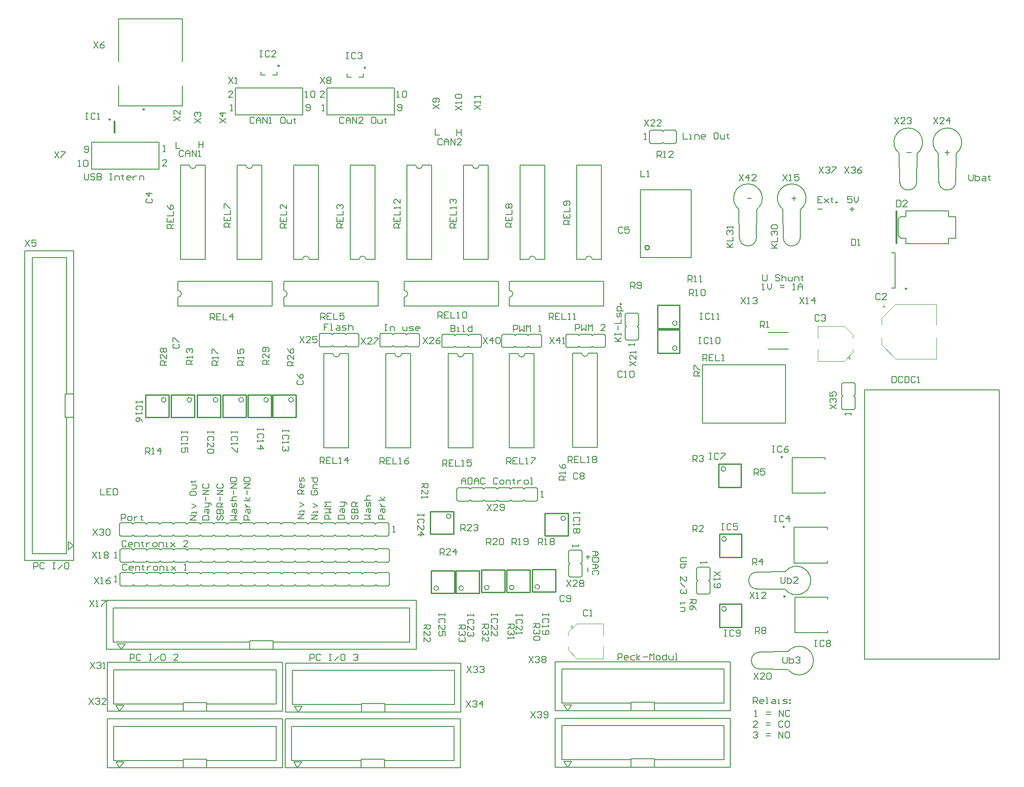
<source format=gto>
%FSLAX44Y44*%
%MOMM*%
G71*
G01*
G75*
G04:AMPARAMS|DCode=10|XSize=1.1mm|YSize=1mm|CornerRadius=0.15mm|HoleSize=0mm|Usage=FLASHONLY|Rotation=0.000|XOffset=0mm|YOffset=0mm|HoleType=Round|Shape=RoundedRectangle|*
%AMROUNDEDRECTD10*
21,1,1.1000,0.7000,0,0,0.0*
21,1,0.8000,1.0000,0,0,0.0*
1,1,0.3000,0.4000,-0.3500*
1,1,0.3000,-0.4000,-0.3500*
1,1,0.3000,-0.4000,0.3500*
1,1,0.3000,0.4000,0.3500*
%
%ADD10ROUNDEDRECTD10*%
G04:AMPARAMS|DCode=11|XSize=1.1mm|YSize=1mm|CornerRadius=0.15mm|HoleSize=0mm|Usage=FLASHONLY|Rotation=270.000|XOffset=0mm|YOffset=0mm|HoleType=Round|Shape=RoundedRectangle|*
%AMROUNDEDRECTD11*
21,1,1.1000,0.7000,0,0,270.0*
21,1,0.8000,1.0000,0,0,270.0*
1,1,0.3000,-0.3500,-0.4000*
1,1,0.3000,-0.3500,0.4000*
1,1,0.3000,0.3500,0.4000*
1,1,0.3000,0.3500,-0.4000*
%
%ADD11ROUNDEDRECTD11*%
G04:AMPARAMS|DCode=12|XSize=1.4mm|YSize=3mm|CornerRadius=0.21mm|HoleSize=0mm|Usage=FLASHONLY|Rotation=270.000|XOffset=0mm|YOffset=0mm|HoleType=Round|Shape=RoundedRectangle|*
%AMROUNDEDRECTD12*
21,1,1.4000,2.5800,0,0,270.0*
21,1,0.9800,3.0000,0,0,270.0*
1,1,0.4200,-1.2900,-0.4900*
1,1,0.4200,-1.2900,0.4900*
1,1,0.4200,1.2900,0.4900*
1,1,0.4200,1.2900,-0.4900*
%
%ADD12ROUNDEDRECTD12*%
%ADD13O,0.8000X1.5000*%
%ADD14R,0.8000X1.5000*%
%ADD15O,1.5000X0.8000*%
%ADD16R,1.5000X0.8000*%
G04:AMPARAMS|DCode=17|XSize=0.35mm|YSize=0.9mm|CornerRadius=0.0525mm|HoleSize=0mm|Usage=FLASHONLY|Rotation=90.000|XOffset=0mm|YOffset=0mm|HoleType=Round|Shape=RoundedRectangle|*
%AMROUNDEDRECTD17*
21,1,0.3500,0.7950,0,0,90.0*
21,1,0.2450,0.9000,0,0,90.0*
1,1,0.1050,0.3975,0.1225*
1,1,0.1050,0.3975,-0.1225*
1,1,0.1050,-0.3975,-0.1225*
1,1,0.1050,-0.3975,0.1225*
%
%ADD17ROUNDEDRECTD17*%
G04:AMPARAMS|DCode=18|XSize=3.3mm|YSize=1.1mm|CornerRadius=0.165mm|HoleSize=0mm|Usage=FLASHONLY|Rotation=270.000|XOffset=0mm|YOffset=0mm|HoleType=Round|Shape=RoundedRectangle|*
%AMROUNDEDRECTD18*
21,1,3.3000,0.7700,0,0,270.0*
21,1,2.9700,1.1000,0,0,270.0*
1,1,0.3300,-0.3850,-1.4850*
1,1,0.3300,-0.3850,1.4850*
1,1,0.3300,0.3850,1.4850*
1,1,0.3300,0.3850,-1.4850*
%
%ADD18ROUNDEDRECTD18*%
G04:AMPARAMS|DCode=19|XSize=0.65mm|YSize=1.4mm|CornerRadius=0.0975mm|HoleSize=0mm|Usage=FLASHONLY|Rotation=0.000|XOffset=0mm|YOffset=0mm|HoleType=Round|Shape=RoundedRectangle|*
%AMROUNDEDRECTD19*
21,1,0.6500,1.2050,0,0,0.0*
21,1,0.4550,1.4000,0,0,0.0*
1,1,0.1950,0.2275,-0.6025*
1,1,0.1950,-0.2275,-0.6025*
1,1,0.1950,-0.2275,0.6025*
1,1,0.1950,0.2275,0.6025*
%
%ADD19ROUNDEDRECTD19*%
G04:AMPARAMS|DCode=20|XSize=2.7mm|YSize=1.6mm|CornerRadius=0.08mm|HoleSize=0mm|Usage=FLASHONLY|Rotation=90.000|XOffset=0mm|YOffset=0mm|HoleType=Round|Shape=RoundedRectangle|*
%AMROUNDEDRECTD20*
21,1,2.7000,1.4400,0,0,90.0*
21,1,2.5400,1.6000,0,0,90.0*
1,1,0.1600,0.7200,1.2700*
1,1,0.1600,0.7200,-1.2700*
1,1,0.1600,-0.7200,-1.2700*
1,1,0.1600,-0.7200,1.2700*
%
%ADD20ROUNDEDRECTD20*%
G04:AMPARAMS|DCode=21|XSize=2.7mm|YSize=1.6mm|CornerRadius=0mm|HoleSize=0mm|Usage=FLASHONLY|Rotation=90.000|XOffset=0mm|YOffset=0mm|HoleType=Round|Shape=Octagon|*
%AMOCTAGOND21*
4,1,8,0.4000,1.3500,-0.4000,1.3500,-0.8000,0.9500,-0.8000,-0.9500,-0.4000,-1.3500,0.4000,-1.3500,0.8000,-0.9500,0.8000,0.9500,0.4000,1.3500,0.0*
%
%ADD21OCTAGOND21*%

G04:AMPARAMS|DCode=22|XSize=0.9mm|YSize=3.05mm|CornerRadius=0.135mm|HoleSize=0mm|Usage=FLASHONLY|Rotation=90.000|XOffset=0mm|YOffset=0mm|HoleType=Round|Shape=RoundedRectangle|*
%AMROUNDEDRECTD22*
21,1,0.9000,2.7800,0,0,90.0*
21,1,0.6300,3.0500,0,0,90.0*
1,1,0.2700,1.3900,0.3150*
1,1,0.2700,1.3900,-0.3150*
1,1,0.2700,-1.3900,-0.3150*
1,1,0.2700,-1.3900,0.3150*
%
%ADD22ROUNDEDRECTD22*%
G04:AMPARAMS|DCode=23|XSize=5.55mm|YSize=6.5mm|CornerRadius=0.2775mm|HoleSize=0mm|Usage=FLASHONLY|Rotation=90.000|XOffset=0mm|YOffset=0mm|HoleType=Round|Shape=RoundedRectangle|*
%AMROUNDEDRECTD23*
21,1,5.5500,5.9450,0,0,90.0*
21,1,4.9950,6.5000,0,0,90.0*
1,1,0.5550,2.9725,2.4975*
1,1,0.5550,2.9725,-2.4975*
1,1,0.5550,-2.9725,-2.4975*
1,1,0.5550,-2.9725,2.4975*
%
%ADD23ROUNDEDRECTD23*%
G04:AMPARAMS|DCode=24|XSize=2.8mm|YSize=3.4mm|CornerRadius=0.42mm|HoleSize=0mm|Usage=FLASHONLY|Rotation=180.000|XOffset=0mm|YOffset=0mm|HoleType=Round|Shape=RoundedRectangle|*
%AMROUNDEDRECTD24*
21,1,2.8000,2.5600,0,0,180.0*
21,1,1.9600,3.4000,0,0,180.0*
1,1,0.8400,-0.9800,1.2800*
1,1,0.8400,0.9800,1.2800*
1,1,0.8400,0.9800,-1.2800*
1,1,0.8400,-0.9800,-1.2800*
%
%ADD24ROUNDEDRECTD24*%
G04:AMPARAMS|DCode=25|XSize=5.6mm|YSize=6.8mm|CornerRadius=0.28mm|HoleSize=0mm|Usage=FLASHONLY|Rotation=270.000|XOffset=0mm|YOffset=0mm|HoleType=Round|Shape=RoundedRectangle|*
%AMROUNDEDRECTD25*
21,1,5.6000,6.2400,0,0,270.0*
21,1,5.0400,6.8000,0,0,270.0*
1,1,0.5600,-3.1200,-2.5200*
1,1,0.5600,-3.1200,2.5200*
1,1,0.5600,3.1200,2.5200*
1,1,0.5600,3.1200,-2.5200*
%
%ADD25ROUNDEDRECTD25*%
G04:AMPARAMS|DCode=26|XSize=1.3mm|YSize=3.35mm|CornerRadius=0.195mm|HoleSize=0mm|Usage=FLASHONLY|Rotation=270.000|XOffset=0mm|YOffset=0mm|HoleType=Round|Shape=RoundedRectangle|*
%AMROUNDEDRECTD26*
21,1,1.3000,2.9600,0,0,270.0*
21,1,0.9100,3.3500,0,0,270.0*
1,1,0.3900,-1.4800,-0.4550*
1,1,0.3900,-1.4800,0.4550*
1,1,0.3900,1.4800,0.4550*
1,1,0.3900,1.4800,-0.4550*
%
%ADD26ROUNDEDRECTD26*%
G04:AMPARAMS|DCode=27|XSize=1.4mm|YSize=4.1mm|CornerRadius=0.21mm|HoleSize=0mm|Usage=FLASHONLY|Rotation=270.000|XOffset=0mm|YOffset=0mm|HoleType=Round|Shape=RoundedRectangle|*
%AMROUNDEDRECTD27*
21,1,1.4000,3.6800,0,0,270.0*
21,1,0.9800,4.1000,0,0,270.0*
1,1,0.4200,-1.8400,-0.4900*
1,1,0.4200,-1.8400,0.4900*
1,1,0.4200,1.8400,0.4900*
1,1,0.4200,1.8400,-0.4900*
%
%ADD27ROUNDEDRECTD27*%
G04:AMPARAMS|DCode=28|XSize=1.3mm|YSize=1mm|CornerRadius=0.15mm|HoleSize=0mm|Usage=FLASHONLY|Rotation=270.000|XOffset=0mm|YOffset=0mm|HoleType=Round|Shape=RoundedRectangle|*
%AMROUNDEDRECTD28*
21,1,1.3000,0.7000,0,0,270.0*
21,1,1.0000,1.0000,0,0,270.0*
1,1,0.3000,-0.3500,-0.5000*
1,1,0.3000,-0.3500,0.5000*
1,1,0.3000,0.3500,0.5000*
1,1,0.3000,0.3500,-0.5000*
%
%ADD28ROUNDEDRECTD28*%
%ADD29C,2.0000*%
%ADD30C,0.3000*%
%ADD31C,0.5000*%
%ADD32C,0.7500*%
%ADD33C,0.4000*%
%ADD34C,0.2000*%
%ADD35C,1.0000*%
%ADD36C,0.3100*%
%ADD37C,1.8000*%
G04:AMPARAMS|DCode=38|XSize=1.8mm|YSize=1.8mm|CornerRadius=0.27mm|HoleSize=0mm|Usage=FLASHONLY|Rotation=0.000|XOffset=0mm|YOffset=0mm|HoleType=Round|Shape=RoundedRectangle|*
%AMROUNDEDRECTD38*
21,1,1.8000,1.2600,0,0,0.0*
21,1,1.2600,1.8000,0,0,0.0*
1,1,0.5400,0.6300,-0.6300*
1,1,0.5400,-0.6300,-0.6300*
1,1,0.5400,-0.6300,0.6300*
1,1,0.5400,0.6300,0.6300*
%
%ADD38ROUNDEDRECTD38*%
%ADD39O,1.5000X2.5000*%
G04:AMPARAMS|DCode=40|XSize=1.8mm|YSize=1.8mm|CornerRadius=0.45mm|HoleSize=0mm|Usage=FLASHONLY|Rotation=90.000|XOffset=0mm|YOffset=0mm|HoleType=Round|Shape=RoundedRectangle|*
%AMROUNDEDRECTD40*
21,1,1.8000,0.9000,0,0,90.0*
21,1,0.9000,1.8000,0,0,90.0*
1,1,0.9000,0.4500,0.4500*
1,1,0.9000,0.4500,-0.4500*
1,1,0.9000,-0.4500,-0.4500*
1,1,0.9000,-0.4500,0.4500*
%
%ADD40ROUNDEDRECTD40*%
%ADD41C,2.5000*%
G04:AMPARAMS|DCode=42|XSize=2.5mm|YSize=2.5mm|CornerRadius=0.375mm|HoleSize=0mm|Usage=FLASHONLY|Rotation=180.000|XOffset=0mm|YOffset=0mm|HoleType=Round|Shape=RoundedRectangle|*
%AMROUNDEDRECTD42*
21,1,2.5000,1.7500,0,0,180.0*
21,1,1.7500,2.5000,0,0,180.0*
1,1,0.7500,-0.8750,0.8750*
1,1,0.7500,0.8750,0.8750*
1,1,0.7500,0.8750,-0.8750*
1,1,0.7500,-0.8750,-0.8750*
%
%ADD42ROUNDEDRECTD42*%
G04:AMPARAMS|DCode=43|XSize=1.8mm|YSize=1.8mm|CornerRadius=0.45mm|HoleSize=0mm|Usage=FLASHONLY|Rotation=180.000|XOffset=0mm|YOffset=0mm|HoleType=Round|Shape=RoundedRectangle|*
%AMROUNDEDRECTD43*
21,1,1.8000,0.9000,0,0,180.0*
21,1,0.9000,1.8000,0,0,180.0*
1,1,0.9000,-0.4500,0.4500*
1,1,0.9000,0.4500,0.4500*
1,1,0.9000,0.4500,-0.4500*
1,1,0.9000,-0.4500,-0.4500*
%
%ADD43ROUNDEDRECTD43*%
G04:AMPARAMS|DCode=44|XSize=6.5mm|YSize=3.6mm|CornerRadius=1.26mm|HoleSize=0mm|Usage=FLASHONLY|Rotation=180.000|XOffset=0mm|YOffset=0mm|HoleType=Round|Shape=RoundedRectangle|*
%AMROUNDEDRECTD44*
21,1,6.5000,1.0800,0,0,180.0*
21,1,3.9800,3.6000,0,0,180.0*
1,1,2.5200,-1.9900,0.5400*
1,1,2.5200,1.9900,0.5400*
1,1,2.5200,1.9900,-0.5400*
1,1,2.5200,-1.9900,-0.5400*
%
%ADD44ROUNDEDRECTD44*%
%ADD45R,1.5000X1.5000*%
%ADD46C,1.5000*%
%ADD47C,3.8000*%
%ADD48C,1.6000*%
%ADD49R,1.6000X1.6000*%
G04:AMPARAMS|DCode=50|XSize=1.4mm|YSize=1.4mm|CornerRadius=0.21mm|HoleSize=0mm|Usage=FLASHONLY|Rotation=0.000|XOffset=0mm|YOffset=0mm|HoleType=Round|Shape=RoundedRectangle|*
%AMROUNDEDRECTD50*
21,1,1.4000,0.9800,0,0,0.0*
21,1,0.9800,1.4000,0,0,0.0*
1,1,0.4200,0.4900,-0.4900*
1,1,0.4200,-0.4900,-0.4900*
1,1,0.4200,-0.4900,0.4900*
1,1,0.4200,0.4900,0.4900*
%
%ADD50ROUNDEDRECTD50*%
%ADD51C,1.4000*%
G04:AMPARAMS|DCode=52|XSize=6.5mm|YSize=3.6mm|CornerRadius=1.26mm|HoleSize=0mm|Usage=FLASHONLY|Rotation=270.000|XOffset=0mm|YOffset=0mm|HoleType=Round|Shape=RoundedRectangle|*
%AMROUNDEDRECTD52*
21,1,6.5000,1.0800,0,0,270.0*
21,1,3.9800,3.6000,0,0,270.0*
1,1,2.5200,-0.5400,-1.9900*
1,1,2.5200,-0.5400,1.9900*
1,1,2.5200,0.5400,1.9900*
1,1,2.5200,0.5400,-1.9900*
%
%ADD52ROUNDEDRECTD52*%
G04:AMPARAMS|DCode=53|XSize=1.4mm|YSize=1.4mm|CornerRadius=0.21mm|HoleSize=0mm|Usage=FLASHONLY|Rotation=90.000|XOffset=0mm|YOffset=0mm|HoleType=Round|Shape=RoundedRectangle|*
%AMROUNDEDRECTD53*
21,1,1.4000,0.9800,0,0,90.0*
21,1,0.9800,1.4000,0,0,90.0*
1,1,0.4200,0.4900,0.4900*
1,1,0.4200,0.4900,-0.4900*
1,1,0.4200,-0.4900,-0.4900*
1,1,0.4200,-0.4900,0.4900*
%
%ADD53ROUNDEDRECTD53*%
%ADD54C,8.0000*%
%ADD55C,1.0000*%
%ADD56C,1.7000*%
%ADD57C,0.1500*%
%ADD58C,0.2500*%
%ADD59C,0.2540*%
%ADD60C,0.1000*%
%ADD61C,0.1800*%
D30*
X1679360Y1006320D02*
Y1066320D01*
D34*
X299466Y706374D02*
G03*
X299319Y706328I-1368J4103D01*
G01*
X347726Y706374D02*
G03*
X347579Y706328I-1368J4103D01*
G01*
X492506Y706374D02*
G03*
X492359Y706328I-1368J4103D01*
G01*
X539496Y706374D02*
G03*
X539349Y706328I-1368J4103D01*
G01*
X1357376Y581406D02*
G03*
X1357422Y581259I-4103J-1368D01*
G01*
X1358646Y317246D02*
G03*
X1358692Y317099I-4103J-1368D01*
G01*
X1358646Y449326D02*
G03*
X1358692Y449179I-4103J-1368D01*
G01*
X617220Y797560D02*
G03*
X629920Y797560I6350J0D01*
G01*
X851535D02*
G03*
X864235Y797560I6350J0D01*
G01*
X734060D02*
G03*
X746760Y797560I6350J0D01*
G01*
X880110Y1153160D02*
G03*
X892810Y1153160I6350J0D01*
G01*
X773430D02*
G03*
X786130Y1153160I6350J0D01*
G01*
X949960Y904240D02*
G03*
X949960Y916940I0J6350D01*
G01*
X751840Y904240D02*
G03*
X751840Y916940I0J6350D01*
G01*
X1106170Y975360D02*
G03*
X1093470Y975360I-6350J0D01*
G01*
X999490D02*
G03*
X986790Y975360I-6350J0D01*
G01*
X524510Y904240D02*
G03*
X524510Y916940I0J6350D01*
G01*
X453390Y1153160D02*
G03*
X466090Y1153160I6350J0D01*
G01*
X679450Y975360D02*
G03*
X666750Y975360I-6350J0D01*
G01*
X325120Y904240D02*
G03*
X325120Y916940I0J6350D01*
G01*
X346710Y1153160D02*
G03*
X359410Y1153160I6350J0D01*
G01*
X572770Y975360D02*
G03*
X560070Y975360I-6350J0D01*
G01*
X1257554Y806704D02*
G03*
X1257508Y806851I4103J1368D01*
G01*
X445516Y706374D02*
G03*
X445369Y706328I-1368J4103D01*
G01*
X1052576Y482854D02*
G03*
X1052429Y482808I-1368J4103D01*
G01*
X1001014Y361696D02*
G03*
X1001161Y361742I1368J-4103D01*
G01*
X397256Y706374D02*
G03*
X397109Y706328I-1368J4103D01*
G01*
X952754Y360426D02*
G03*
X952901Y360472I1368J-4103D01*
G01*
X905764Y360426D02*
G03*
X905911Y360472I1368J-4103D01*
G01*
X857504Y359156D02*
G03*
X857651Y359202I1368J-4103D01*
G01*
X836676Y486664D02*
G03*
X836529Y486618I-1368J4103D01*
G01*
X810514Y359156D02*
G03*
X810661Y359202I1368J-4103D01*
G01*
X966470Y797560D02*
G03*
X979170Y797560I6350J0D01*
G01*
X1085850Y798830D02*
G03*
X1098550Y798830I6350J0D01*
G01*
X1257554Y853694D02*
G03*
X1257508Y853841I4103J1368D01*
G01*
X1055970Y811690D02*
X1058470Y809190D01*
X1078470D01*
X1080970Y811690D01*
X1083470Y809190D01*
X1103470D01*
X1105970Y811690D01*
X1108470Y809190D01*
X1128470D01*
X1130970Y811690D01*
Y831690D01*
X1128470Y834190D02*
X1130970Y831690D01*
X1108470Y834190D02*
X1128470D01*
X1105970Y831690D02*
X1108470Y834190D01*
X1103470D02*
X1105970Y831690D01*
X1083470Y834190D02*
X1103470D01*
X1080970Y831690D02*
X1083470Y834190D01*
X1078470D02*
X1080970Y831690D01*
X1058470Y834190D02*
X1078470D01*
X1055970Y831690D02*
X1058470Y834190D01*
X1055970Y811690D02*
Y831690D01*
X935320Y811690D02*
X937820Y809190D01*
X957820D01*
X960320Y811690D01*
X962820Y809190D01*
X982820D01*
X985320Y811690D01*
X987820Y809190D01*
X1007820D01*
X1010320Y811690D01*
Y831690D01*
X1007820Y834190D02*
X1010320Y831690D01*
X987820Y834190D02*
X1007820D01*
X985320Y831690D02*
X987820Y834190D01*
X982820D02*
X985320Y831690D01*
X962820Y834190D02*
X982820D01*
X960320Y831690D02*
X962820Y834190D01*
X957820D02*
X960320Y831690D01*
X937820Y834190D02*
X957820D01*
X935320Y831690D02*
X937820Y834190D01*
X935320Y811690D02*
Y831690D01*
X1052420Y28500D02*
X1059420Y17500D01*
X1067420Y28500D01*
X1052420D02*
X1067420D01*
X1224420Y31500D02*
X1233420D01*
X1223420Y17500D02*
Y33500D01*
X1179420D02*
X1223420D01*
X1179420Y17500D02*
Y33500D01*
X1048420Y95500D02*
X1354420D01*
Y31500D02*
Y95500D01*
X1233420Y31500D02*
X1354420D01*
X1048420D02*
X1178420D01*
X1048420D02*
Y95500D01*
X1036420Y109500D02*
X1366420D01*
Y17500D02*
Y109500D01*
X1036420Y17500D02*
X1366420D01*
X1036420D02*
Y109500D01*
X1052420Y135180D02*
X1059420Y124180D01*
X1067420Y135180D01*
X1052420D02*
X1067420D01*
X1224420Y138180D02*
X1233420D01*
X1223420Y124180D02*
Y140180D01*
X1179420D02*
X1223420D01*
X1179420Y124180D02*
Y140180D01*
X1048420Y202180D02*
X1354420D01*
Y138180D02*
Y202180D01*
X1233420Y138180D02*
X1354420D01*
X1048420D02*
X1178420D01*
X1048420D02*
Y202180D01*
X1036420Y216180D02*
X1366420D01*
Y124180D02*
Y216180D01*
X1036420Y124180D02*
X1366420D01*
X1036420D02*
Y216180D01*
X1578610Y742950D02*
X1598930D01*
X1578610Y692150D02*
X1598930D01*
X1576070Y694690D02*
X1578610Y692150D01*
X1576070Y694690D02*
Y715010D01*
X1578610Y717550D01*
X1576070Y720090D02*
X1578610Y717550D01*
X1576070Y720090D02*
Y740410D01*
X1578610Y742950D01*
X1598930D02*
X1601470Y740410D01*
Y720090D02*
Y740410D01*
X1598930Y717550D02*
X1601470Y720090D01*
X1598930Y717550D02*
X1601470Y715010D01*
Y694690D02*
Y715010D01*
X1598930Y692150D02*
X1601470Y694690D01*
X1873250Y220980D02*
Y728980D01*
X1619250D02*
X1873250D01*
X1619250Y220980D02*
Y728980D01*
Y220980D02*
X1873250D01*
X929640Y544830D02*
X949960D01*
X927100Y542290D02*
X929640Y544830D01*
X924560D02*
X927100Y542290D01*
X904240Y544830D02*
X924560D01*
X904240Y519430D02*
X924560D01*
X927100Y521970D01*
X929640Y519430D01*
X949960D01*
X1003300Y521970D02*
Y542290D01*
X850900Y521970D02*
Y542290D01*
X949960Y519430D02*
X952500Y521970D01*
X955040Y519430D01*
X975360D01*
X977900Y521970D01*
X980440Y519430D01*
X1000760D01*
X949960Y544830D02*
X952500Y542290D01*
X955040Y544830D01*
X975360D01*
X977900Y542290D01*
X980440Y544830D01*
X1000760D01*
X901700Y521970D02*
X904240Y519430D01*
X899160D02*
X901700Y521970D01*
X878840Y519430D02*
X899160D01*
X876300Y521970D02*
X878840Y519430D01*
X873760D02*
X876300Y521970D01*
X853440Y519430D02*
X873760D01*
X901700Y542290D02*
X904240Y544830D01*
X899160D02*
X901700Y542290D01*
X878840Y544830D02*
X899160D01*
X876300Y542290D02*
X878840Y544830D01*
X873760D02*
X876300Y542290D01*
X853440Y544830D02*
X873760D01*
X1000760Y519430D02*
X1003300Y521970D01*
X1000760Y544830D02*
X1003300Y542290D01*
X850900D02*
X853440Y544830D01*
X850900Y521970D02*
X853440Y519430D01*
X1064260Y375920D02*
X1084580D01*
X1064260Y426720D02*
X1084580D01*
X1087120Y424180D01*
Y403860D02*
Y424180D01*
X1084580Y401320D02*
X1087120Y403860D01*
X1084580Y401320D02*
X1087120Y398780D01*
Y378460D02*
Y398780D01*
X1084580Y375920D02*
X1087120Y378460D01*
X1061720D02*
X1064260Y375920D01*
X1061720Y378460D02*
Y398780D01*
X1064260Y401320D01*
X1061720Y403860D02*
X1064260Y401320D01*
X1061720Y403860D02*
Y424180D01*
X1064260Y426720D01*
X1191260Y822960D02*
X1193800Y825500D01*
Y845820D01*
X1191260Y848360D02*
X1193800Y845820D01*
X1191260Y848360D02*
X1193800Y850900D01*
Y871220D01*
X1191260Y873760D02*
X1193800Y871220D01*
X1168400D02*
X1170940Y873760D01*
X1168400Y850900D02*
Y871220D01*
Y850900D02*
X1170940Y848360D01*
X1168400Y845820D02*
X1170940Y848360D01*
X1168400Y825500D02*
Y845820D01*
Y825500D02*
X1170940Y822960D01*
X1191260D01*
X1170940Y873760D02*
X1191260D01*
X1303020Y392430D02*
X1305560Y394970D01*
X1303020Y372110D02*
Y392430D01*
Y372110D02*
X1305560Y369570D01*
X1303020Y367030D02*
X1305560Y369570D01*
X1303020Y346710D02*
Y367030D01*
Y346710D02*
X1305560Y344170D01*
X1325880D02*
X1328420Y346710D01*
Y367030D01*
X1325880Y369570D02*
X1328420Y367030D01*
X1325880Y369570D02*
X1328420Y372110D01*
Y392430D01*
X1325880Y394970D02*
X1328420Y392430D01*
X1305560Y394970D02*
X1325880D01*
X1305560Y344170D02*
X1325880D01*
X162560Y1145540D02*
Y1196340D01*
X289560Y1145540D02*
Y1196340D01*
X162560Y1145540D02*
X289560D01*
X162560Y1196340D02*
X289560D01*
X212850Y1264950D02*
Y1303150D01*
Y1264950D02*
X333250D01*
X333250D02*
Y1303150D01*
Y1349150D02*
Y1428950D01*
X212850D02*
X333250D01*
X212850Y1349150D02*
Y1428950D01*
X600320Y797560D02*
X617220D01*
X629920D02*
X646820D01*
Y619760D02*
Y797560D01*
X600320Y619760D02*
X646820D01*
X600320D02*
Y797560D01*
X834635D02*
X851535D01*
X864235D02*
X881135D01*
Y619760D02*
Y797560D01*
X834635Y619760D02*
X881135D01*
X834635D02*
Y797560D01*
X717160D02*
X734060D01*
X746760D02*
X763660D01*
Y619760D02*
Y797560D01*
X717160Y619760D02*
X763660D01*
X717160D02*
Y797560D01*
X206740Y1214550D02*
Y1236550D01*
X204740Y1214550D02*
Y1236550D01*
Y1214550D02*
X206740D01*
X204740Y1236550D02*
X206740D01*
X732790Y1248410D02*
Y1299210D01*
X605790Y1248410D02*
Y1299210D01*
X732790D01*
X605790Y1248410D02*
X732790D01*
X560070D02*
Y1299210D01*
X433070Y1248410D02*
Y1299210D01*
X560070D01*
X433070Y1248410D02*
X560070D01*
X210820Y250190D02*
X218440Y239750D01*
X226060Y250190D01*
X210820D02*
X226060D01*
X190500Y239750D02*
Y331750D01*
Y239750D02*
X774700D01*
Y331750D01*
X190500D02*
X774700D01*
X203200Y253750D02*
Y317750D01*
Y253750D02*
X460600D01*
X504600D02*
X762000D01*
Y317750D01*
X203200D02*
X762000D01*
X460600Y240750D02*
Y255750D01*
X504600D01*
Y240750D02*
Y255750D01*
X863210Y1153160D02*
X880110D01*
X892810D02*
X909710D01*
Y975360D02*
Y1153160D01*
X863210Y975360D02*
X909710D01*
X863210D02*
Y1153160D01*
X756530D02*
X773430D01*
X786130D02*
X803030D01*
Y975360D02*
Y1153160D01*
X756530Y975360D02*
X803030D01*
X756530D02*
Y1153160D01*
X949960Y887340D02*
Y904240D01*
Y916940D02*
Y933840D01*
X1127760D01*
Y887340D02*
Y933840D01*
X949960Y887340D02*
X1127760D01*
X751840D02*
Y904240D01*
Y916940D02*
Y933840D01*
X929640D01*
Y887340D02*
Y933840D01*
X751840Y887340D02*
X929640D01*
X1106170Y975360D02*
X1123070D01*
X1076570D02*
X1093470D01*
X1076570D02*
Y1153160D01*
X1123070D01*
Y975360D02*
Y1153160D01*
X999490Y975360D02*
X1016390D01*
X969890D02*
X986790D01*
X969890D02*
Y1153160D01*
X1016390D01*
Y975360D02*
Y1153160D01*
X524510Y887340D02*
Y904240D01*
Y916940D02*
Y933840D01*
X702310D01*
Y887340D02*
Y933840D01*
X524510Y887340D02*
X702310D01*
X436490Y1153160D02*
X453390D01*
X466090D02*
X482990D01*
Y975360D02*
Y1153160D01*
X436490Y975360D02*
X482990D01*
X436490D02*
Y1153160D01*
X679450Y975360D02*
X696350D01*
X649850D02*
X666750D01*
X649850D02*
Y1153160D01*
X696350D01*
Y975360D02*
Y1153160D01*
X325120Y887340D02*
Y904240D01*
Y916940D02*
Y933840D01*
X502920D01*
Y887340D02*
Y933840D01*
X325120Y887340D02*
X502920D01*
X329810Y1153160D02*
X346710D01*
X359410D02*
X376310D01*
Y975360D02*
Y1153160D01*
X329810Y975360D02*
X376310D01*
X329810D02*
Y1153160D01*
X572770Y975360D02*
X589670D01*
X543170D02*
X560070D01*
X543170D02*
Y1153160D01*
X589670D01*
Y975360D02*
Y1153160D01*
X1437690Y837190D02*
X1475690D01*
X1437690Y806190D02*
X1475690D01*
X643630Y1319650D02*
X651880D01*
X643630D02*
Y1325650D01*
X666380Y1319650D02*
X674630D01*
Y1325650D01*
X481070Y1323460D02*
X489320D01*
X481070D02*
Y1329460D01*
X503820Y1323460D02*
X512070D01*
Y1329460D01*
X1292600Y978670D02*
Y1106670D01*
X1196600Y978670D02*
Y1106670D01*
Y978670D02*
X1292600D01*
X1196600Y1106670D02*
X1292600D01*
X1487760Y271300D02*
X1550010D01*
X1487760D02*
Y338300D01*
X1550010D01*
X1486490Y402745D02*
X1548740D01*
X1486490D02*
Y469745D01*
X1548740D01*
X1687110Y1056320D02*
X1697360D01*
X1683110Y1052320D02*
X1687110Y1056320D01*
X1683110Y1020320D02*
X1688055Y1015320D01*
X1777360D02*
X1791610D01*
X1777360Y1056320D02*
X1791610D01*
Y1015320D02*
Y1056320D01*
X1683110Y1020320D02*
Y1052320D01*
X1688055Y1015320D02*
X1697360D01*
X1670080Y988540D02*
X1676830D01*
Y921540D02*
Y988540D01*
X1670080Y921540D02*
X1676830D01*
X118110Y427990D02*
X128550Y435610D01*
X118110Y443230D02*
X128550Y435610D01*
X118110Y427990D02*
Y443230D01*
X36550Y407670D02*
X128550D01*
Y991870D01*
X36550D02*
X128550D01*
X36550Y407670D02*
Y991870D01*
X50550Y420370D02*
X114550D01*
Y677770D01*
Y721770D02*
Y979170D01*
X50550D02*
X114550D01*
X50550Y420370D02*
Y979170D01*
X112550Y677770D02*
X127550D01*
X112550D02*
Y721770D01*
X127550D01*
X1482680Y601190D02*
X1544930D01*
X1482680Y534190D02*
Y601190D01*
Y534190D02*
X1544930D01*
X949570Y619760D02*
Y797560D01*
Y619760D02*
X996070D01*
Y797560D01*
X979170D02*
X996070D01*
X949570D02*
X966470D01*
X1068950Y621030D02*
Y798830D01*
Y621030D02*
X1115450D01*
Y798830D01*
X1098550D02*
X1115450D01*
X1068950D02*
X1085850D01*
X467360Y359410D02*
X469900Y361950D01*
X467360Y384810D02*
X469900Y382270D01*
X215900Y361950D02*
X218440Y359410D01*
X215900Y382270D02*
X218440Y384810D01*
X421640D02*
X441960D01*
X419100Y382270D02*
X421640Y384810D01*
X416560D02*
X419100Y382270D01*
X421640Y359410D02*
X441960D01*
X419100Y361950D02*
X421640Y359410D01*
X416560D02*
X419100Y361950D01*
X243840Y359410D02*
X264160D01*
X266700Y361950D01*
X269240Y359410D01*
X243840Y384810D02*
X264160D01*
X266700Y382270D01*
X269240Y384810D01*
X320040Y359410D02*
X340360D01*
X342900Y361950D01*
X345440Y359410D01*
X365760D01*
X345440Y384810D02*
X365760D01*
X342900Y382270D02*
X345440Y384810D01*
X340360D02*
X342900Y382270D01*
X320040Y384810D02*
X340360D01*
X215900Y361950D02*
Y382270D01*
X317500D02*
X320040Y384810D01*
X314960D02*
X317500Y382270D01*
X294640Y384810D02*
X314960D01*
X292100Y382270D02*
X294640Y384810D01*
X289560D02*
X292100Y382270D01*
X269240Y384810D02*
X289560D01*
X317500Y361950D02*
X320040Y359410D01*
X314960D02*
X317500Y361950D01*
X294640Y359410D02*
X314960D01*
X292100Y361950D02*
X294640Y359410D01*
X289560D02*
X292100Y361950D01*
X269240Y359410D02*
X289560D01*
X365760Y384810D02*
X368300Y382270D01*
X370840Y384810D01*
X391160D01*
X393700Y382270D01*
X396240Y384810D01*
X416560D01*
X365760Y359410D02*
X368300Y361950D01*
X370840Y359410D01*
X391160D01*
X393700Y361950D01*
X396240Y359410D01*
X416560D01*
X241300Y382270D02*
X243840Y384810D01*
X238760D02*
X241300Y382270D01*
X218440Y384810D02*
X238760D01*
X241300Y361950D02*
X243840Y359410D01*
X238760D02*
X241300Y361950D01*
X218440Y359410D02*
X238760D01*
X441960Y384810D02*
X444500Y382270D01*
X447040Y384810D01*
X467360D01*
X441960Y359410D02*
X444500Y361950D01*
X447040Y359410D01*
X467360D01*
X701040D02*
X721360D01*
X698500Y361950D02*
X701040Y359410D01*
X695960D02*
X698500Y361950D01*
X701040Y384810D02*
X721360D01*
X698500Y382270D02*
X701040Y384810D01*
X695960D02*
X698500Y382270D01*
X472440Y359410D02*
X492760D01*
X495300Y361950D01*
X497840Y359410D01*
X472440Y384810D02*
X492760D01*
X495300Y382270D01*
X497840Y384810D01*
X650240Y359410D02*
X670560D01*
X647700Y361950D02*
X650240Y359410D01*
X645160D02*
X647700Y361950D01*
X624840Y359410D02*
X645160D01*
X622300Y361950D02*
X624840Y359410D01*
X619760D02*
X622300Y361950D01*
X650240Y384810D02*
X670560D01*
X647700Y382270D02*
X650240Y384810D01*
X645160D02*
X647700Y382270D01*
X624840Y384810D02*
X645160D01*
X622300Y382270D02*
X624840Y384810D01*
X619760D02*
X622300Y382270D01*
X523240Y359410D02*
X543560D01*
X546100Y361950D01*
X548640Y359410D01*
X568960D01*
X571500Y361950D01*
X574040Y359410D01*
X523240Y384810D02*
X543560D01*
X546100Y382270D01*
X548640Y384810D01*
X568960D01*
X571500Y382270D01*
X574040Y384810D01*
X723900Y361950D02*
Y382270D01*
X574040Y384810D02*
X594360D01*
X596900Y382270D01*
X599440Y384810D01*
X619760D01*
X599440Y359410D02*
X619760D01*
X596900Y361950D02*
X599440Y359410D01*
X594360D02*
X596900Y361950D01*
X574040Y359410D02*
X594360D01*
X520700Y382270D02*
X523240Y384810D01*
X518160D02*
X520700Y382270D01*
X497840Y384810D02*
X518160D01*
X520700Y361950D02*
X523240Y359410D01*
X518160D02*
X520700Y361950D01*
X497840Y359410D02*
X518160D01*
X670560D02*
X673100Y361950D01*
X675640Y359410D01*
X695960D01*
X670560Y384810D02*
X673100Y382270D01*
X675640Y384810D01*
X695960D01*
X469900Y382270D02*
X472440Y384810D01*
X469900Y361950D02*
X472440Y359410D01*
X721360Y384810D02*
X723900Y382270D01*
X721360Y359410D02*
X723900Y361950D01*
X467360Y403860D02*
X469900Y406400D01*
X467360Y429260D02*
X469900Y426720D01*
X215900Y406400D02*
X218440Y403860D01*
X215900Y426720D02*
X218440Y429260D01*
X421640D02*
X441960D01*
X419100Y426720D02*
X421640Y429260D01*
X416560D02*
X419100Y426720D01*
X421640Y403860D02*
X441960D01*
X419100Y406400D02*
X421640Y403860D01*
X416560D02*
X419100Y406400D01*
X243840Y403860D02*
X264160D01*
X266700Y406400D01*
X269240Y403860D01*
X243840Y429260D02*
X264160D01*
X266700Y426720D01*
X269240Y429260D01*
X320040Y403860D02*
X340360D01*
X342900Y406400D01*
X345440Y403860D01*
X365760D01*
X345440Y429260D02*
X365760D01*
X342900Y426720D02*
X345440Y429260D01*
X340360D02*
X342900Y426720D01*
X320040Y429260D02*
X340360D01*
X215900Y406400D02*
Y426720D01*
X317500D02*
X320040Y429260D01*
X314960D02*
X317500Y426720D01*
X294640Y429260D02*
X314960D01*
X292100Y426720D02*
X294640Y429260D01*
X289560D02*
X292100Y426720D01*
X269240Y429260D02*
X289560D01*
X317500Y406400D02*
X320040Y403860D01*
X314960D02*
X317500Y406400D01*
X294640Y403860D02*
X314960D01*
X292100Y406400D02*
X294640Y403860D01*
X289560D02*
X292100Y406400D01*
X269240Y403860D02*
X289560D01*
X365760Y429260D02*
X368300Y426720D01*
X370840Y429260D01*
X391160D01*
X393700Y426720D01*
X396240Y429260D01*
X416560D01*
X365760Y403860D02*
X368300Y406400D01*
X370840Y403860D01*
X391160D01*
X393700Y406400D01*
X396240Y403860D01*
X416560D01*
X241300Y426720D02*
X243840Y429260D01*
X238760D02*
X241300Y426720D01*
X218440Y429260D02*
X238760D01*
X241300Y406400D02*
X243840Y403860D01*
X238760D02*
X241300Y406400D01*
X218440Y403860D02*
X238760D01*
X441960Y429260D02*
X444500Y426720D01*
X447040Y429260D01*
X467360D01*
X441960Y403860D02*
X444500Y406400D01*
X447040Y403860D01*
X467360D01*
X701040D02*
X721360D01*
X698500Y406400D02*
X701040Y403860D01*
X695960D02*
X698500Y406400D01*
X701040Y429260D02*
X721360D01*
X698500Y426720D02*
X701040Y429260D01*
X695960D02*
X698500Y426720D01*
X472440Y403860D02*
X492760D01*
X495300Y406400D01*
X497840Y403860D01*
X472440Y429260D02*
X492760D01*
X495300Y426720D01*
X497840Y429260D01*
X650240Y403860D02*
X670560D01*
X647700Y406400D02*
X650240Y403860D01*
X645160D02*
X647700Y406400D01*
X624840Y403860D02*
X645160D01*
X622300Y406400D02*
X624840Y403860D01*
X619760D02*
X622300Y406400D01*
X650240Y429260D02*
X670560D01*
X647700Y426720D02*
X650240Y429260D01*
X645160D02*
X647700Y426720D01*
X624840Y429260D02*
X645160D01*
X622300Y426720D02*
X624840Y429260D01*
X619760D02*
X622300Y426720D01*
X523240Y403860D02*
X543560D01*
X546100Y406400D01*
X548640Y403860D01*
X568960D01*
X571500Y406400D01*
X574040Y403860D01*
X523240Y429260D02*
X543560D01*
X546100Y426720D01*
X548640Y429260D01*
X568960D01*
X571500Y426720D01*
X574040Y429260D01*
X723900Y406400D02*
Y426720D01*
X574040Y429260D02*
X594360D01*
X596900Y426720D01*
X599440Y429260D01*
X619760D01*
X599440Y403860D02*
X619760D01*
X596900Y406400D02*
X599440Y403860D01*
X594360D02*
X596900Y406400D01*
X574040Y403860D02*
X594360D01*
X520700Y426720D02*
X523240Y429260D01*
X518160D02*
X520700Y426720D01*
X497840Y429260D02*
X518160D01*
X520700Y406400D02*
X523240Y403860D01*
X518160D02*
X520700Y406400D01*
X497840Y403860D02*
X518160D01*
X670560D02*
X673100Y406400D01*
X675640Y403860D01*
X695960D01*
X670560Y429260D02*
X673100Y426720D01*
X675640Y429260D01*
X695960D01*
X469900Y426720D02*
X472440Y429260D01*
X469900Y406400D02*
X472440Y403860D01*
X721360Y429260D02*
X723900Y426720D01*
X721360Y403860D02*
X723900Y406400D01*
X1214120Y1196340D02*
X1216660Y1193800D01*
X1236980D01*
X1239520Y1196340D01*
X1242060Y1193800D01*
X1262380D01*
X1264920Y1196340D01*
X1262380Y1219200D02*
X1264920Y1216660D01*
X1242060Y1219200D02*
X1262380D01*
X1239520Y1216660D02*
X1242060Y1219200D01*
X1236980D02*
X1239520Y1216660D01*
X1216660Y1219200D02*
X1236980D01*
X1214120Y1216660D02*
X1216660Y1219200D01*
X1214120Y1196340D02*
Y1216660D01*
X1264920Y1196340D02*
Y1216660D01*
X591150Y812960D02*
X593650Y810460D01*
X613650D01*
X616150Y812960D01*
X618650Y810460D01*
X638650D01*
X641150Y812960D01*
X643650Y810460D01*
X663650D01*
X666150Y812960D01*
Y832960D01*
X663650Y835460D02*
X666150Y832960D01*
X643650Y835460D02*
X663650D01*
X641150Y832960D02*
X643650Y835460D01*
X638650D02*
X641150Y832960D01*
X618650Y835460D02*
X638650D01*
X616150Y832960D02*
X618650Y835460D01*
X613650D02*
X616150Y832960D01*
X593650Y835460D02*
X613650D01*
X591150Y832960D02*
X593650Y835460D01*
X591150Y812960D02*
Y832960D01*
X822290Y811690D02*
X824790Y809190D01*
X844790D01*
X847290Y811690D01*
X849790Y809190D01*
X869790D01*
X872290Y811690D01*
X874790Y809190D01*
X894790D01*
X897290Y811690D01*
Y831690D01*
X894790Y834190D02*
X897290Y831690D01*
X874790Y834190D02*
X894790D01*
X872290Y831690D02*
X874790Y834190D01*
X869790D02*
X872290Y831690D01*
X849790Y834190D02*
X869790D01*
X847290Y831690D02*
X849790Y834190D01*
X844790D02*
X847290Y831690D01*
X824790Y834190D02*
X844790D01*
X822290Y831690D02*
X824790Y834190D01*
X822290Y811690D02*
Y831690D01*
X705450Y812960D02*
X707950Y810460D01*
X727950D01*
X730450Y812960D01*
X732950Y810460D01*
X752950D01*
X755450Y812960D01*
X757950Y810460D01*
X777950D01*
X780450Y812960D01*
Y832960D01*
X777950Y835460D02*
X780450Y832960D01*
X757950Y835460D02*
X777950D01*
X755450Y832960D02*
X757950Y835460D01*
X752950D02*
X755450Y832960D01*
X732950Y835460D02*
X752950D01*
X730450Y832960D02*
X732950Y835460D01*
X727950D02*
X730450Y832960D01*
X707950Y835460D02*
X727950D01*
X705450Y832960D02*
X707950Y835460D01*
X705450Y812960D02*
Y832960D01*
X468630Y476250D02*
X471170Y478790D01*
X468630Y455930D02*
X471170Y453390D01*
X720090Y478790D02*
X722630Y476250D01*
X720090Y453390D02*
X722630Y455930D01*
X496570Y453390D02*
X516890D01*
X519430Y455930D01*
X521970Y453390D01*
X496570Y478790D02*
X516890D01*
X519430Y476250D01*
X521970Y478790D01*
X674370D02*
X694690D01*
X671830Y476250D02*
X674370Y478790D01*
X669290D02*
X671830Y476250D01*
X674370Y453390D02*
X694690D01*
X671830Y455930D02*
X674370Y453390D01*
X669290D02*
X671830Y455930D01*
X598170Y478790D02*
X618490D01*
X595630Y476250D02*
X598170Y478790D01*
X593090D02*
X595630Y476250D01*
X572770Y478790D02*
X593090D01*
X572770Y453390D02*
X593090D01*
X595630Y455930D01*
X598170Y453390D01*
X618490D01*
X722630Y455930D02*
Y476250D01*
X618490Y453390D02*
X621030Y455930D01*
X623570Y453390D01*
X643890D01*
X646430Y455930D01*
X648970Y453390D01*
X669290D01*
X618490Y478790D02*
X621030Y476250D01*
X623570Y478790D01*
X643890D01*
X646430Y476250D01*
X648970Y478790D01*
X669290D01*
X570230Y455930D02*
X572770Y453390D01*
X567690D02*
X570230Y455930D01*
X547370Y453390D02*
X567690D01*
X544830Y455930D02*
X547370Y453390D01*
X542290D02*
X544830Y455930D01*
X521970Y453390D02*
X542290D01*
X570230Y476250D02*
X572770Y478790D01*
X567690D02*
X570230Y476250D01*
X547370Y478790D02*
X567690D01*
X544830Y476250D02*
X547370Y478790D01*
X542290D02*
X544830Y476250D01*
X521970Y478790D02*
X542290D01*
X694690Y453390D02*
X697230Y455930D01*
X699770Y453390D01*
X720090D01*
X694690Y478790D02*
X697230Y476250D01*
X699770Y478790D01*
X720090D01*
X494030Y455930D02*
X496570Y453390D01*
X491490D02*
X494030Y455930D01*
X471170Y453390D02*
X491490D01*
X494030Y476250D02*
X496570Y478790D01*
X491490D02*
X494030Y476250D01*
X471170Y478790D02*
X491490D01*
X217170D02*
X237490D01*
X240030Y476250D01*
X242570Y478790D01*
X217170Y453390D02*
X237490D01*
X240030Y455930D01*
X242570Y453390D01*
X445770Y478790D02*
X466090D01*
X443230Y476250D02*
X445770Y478790D01*
X440690D02*
X443230Y476250D01*
X445770Y453390D02*
X466090D01*
X443230Y455930D02*
X445770Y453390D01*
X440690D02*
X443230Y455930D01*
X267970Y478790D02*
X288290D01*
X290830Y476250D01*
X293370Y478790D01*
X313690D01*
X316230Y476250D01*
X318770Y478790D01*
X267970Y453390D02*
X288290D01*
X290830Y455930D01*
X293370Y453390D01*
X313690D01*
X316230Y455930D01*
X318770Y453390D01*
X394970Y478790D02*
X415290D01*
X392430Y476250D02*
X394970Y478790D01*
X389890D02*
X392430Y476250D01*
X369570Y478790D02*
X389890D01*
X367030Y476250D02*
X369570Y478790D01*
X364490D02*
X367030Y476250D01*
X394970Y453390D02*
X415290D01*
X392430Y455930D02*
X394970Y453390D01*
X389890D02*
X392430Y455930D01*
X369570Y453390D02*
X389890D01*
X367030Y455930D02*
X369570Y453390D01*
X364490D02*
X367030Y455930D01*
X214630D02*
Y476250D01*
X344170Y453390D02*
X364490D01*
X341630Y455930D02*
X344170Y453390D01*
X339090D02*
X341630Y455930D01*
X318770Y453390D02*
X339090D01*
X318770Y478790D02*
X339090D01*
X341630Y476250D01*
X344170Y478790D01*
X364490D01*
X415290Y453390D02*
X417830Y455930D01*
X420370Y453390D01*
X440690D01*
X415290Y478790D02*
X417830Y476250D01*
X420370Y478790D01*
X440690D01*
X265430Y476250D02*
X267970Y478790D01*
X262890D02*
X265430Y476250D01*
X242570Y478790D02*
X262890D01*
X265430Y455930D02*
X267970Y453390D01*
X262890D02*
X265430Y455930D01*
X242570Y453390D02*
X262890D01*
X466090D02*
X468630Y455930D01*
X466090Y478790D02*
X468630Y476250D01*
X214630Y455930D02*
X217170Y453390D01*
X214630Y476250D02*
X217170Y478790D01*
X191870Y122910D02*
Y214910D01*
Y122910D02*
X521870D01*
Y214910D01*
X191870D02*
X521870D01*
X203870Y136910D02*
Y200910D01*
Y136910D02*
X333870D01*
X388870D02*
X509870D01*
Y200910D01*
X203870D02*
X509870D01*
X334870Y122910D02*
Y138910D01*
X378870D01*
Y122910D02*
Y138910D01*
X379870Y136910D02*
X388870D01*
X207870Y133910D02*
X222870D01*
X214870Y122910D02*
X222870Y133910D01*
X207870D02*
X214870Y122910D01*
X191870Y16230D02*
Y108230D01*
Y16230D02*
X521870D01*
Y108230D01*
X191870D02*
X521870D01*
X203870Y30230D02*
Y94230D01*
Y30230D02*
X333870D01*
X388870D02*
X509870D01*
Y94230D01*
X203870D02*
X509870D01*
X334870Y16230D02*
Y32230D01*
X378870D01*
Y16230D02*
Y32230D01*
X379870Y30230D02*
X388870D01*
X207870Y27230D02*
X222870D01*
X214870Y16230D02*
X222870Y27230D01*
X207870D02*
X214870Y16230D01*
X528420Y121640D02*
Y213640D01*
Y121640D02*
X858420D01*
Y213640D01*
X528420D02*
X858420D01*
X540420Y135640D02*
Y199640D01*
Y135640D02*
X670420D01*
X725420D02*
X846420D01*
Y199640D01*
X540420D02*
X846420D01*
X671420Y121640D02*
Y137640D01*
X715420D01*
Y121640D02*
Y137640D01*
X716420Y135640D02*
X725420D01*
X544420Y132640D02*
X559420D01*
X551420Y121640D02*
X559420Y132640D01*
X544420D02*
X551420Y121640D01*
X527150Y16230D02*
Y108230D01*
Y16230D02*
X857150D01*
Y108230D01*
X527150D02*
X857150D01*
X539150Y30230D02*
Y94230D01*
Y30230D02*
X669150D01*
X724150D02*
X845150D01*
Y94230D01*
X539150D02*
X845150D01*
X670150Y16230D02*
Y32230D01*
X714150D01*
Y16230D02*
Y32230D01*
X715150Y30230D02*
X724150D01*
X543150Y27230D02*
X558150D01*
X550150Y16230D02*
X558150Y27230D01*
X543150D02*
X550150Y16230D01*
D57*
X1422060Y234476D02*
G03*
X1422060Y202476I0J-16000D01*
G01*
X1474695Y201931D02*
G03*
X1475074Y235428I21365J16509D01*
G01*
X1791969Y1174975D02*
G03*
X1758472Y1175354I-16509J21365D01*
G01*
X1759424Y1122340D02*
G03*
X1791424Y1122340I16000J0D01*
G01*
X1718309Y1174975D02*
G03*
X1684812Y1175354I-16509J21365D01*
G01*
X1685764Y1122340D02*
G03*
X1717764Y1122340I16000J0D01*
G01*
X1466054Y1016930D02*
G03*
X1498054Y1016930I16000J0D01*
G01*
X1498599Y1069565D02*
G03*
X1465102Y1069944I-16509J21365D01*
G01*
X1416980Y385606D02*
G03*
X1416980Y353606I0J-16000D01*
G01*
X1469615Y353061D02*
G03*
X1469994Y386558I21365J16509D01*
G01*
X1383504Y1016930D02*
G03*
X1415504Y1016930I16000J0D01*
G01*
X1416049Y1069565D02*
G03*
X1382552Y1069944I-16509J21365D01*
G01*
X1420060Y234440D02*
X1475074Y235428D01*
X1420060Y202440D02*
X1474695Y201931D01*
X1791460Y1120340D02*
X1791969Y1174975D01*
X1758472Y1175354D02*
X1759460Y1120340D01*
X1717800D02*
X1718309Y1174975D01*
X1684812Y1175354D02*
X1685800Y1120340D01*
X1313420Y666360D02*
Y776360D01*
X1470420D01*
Y666360D02*
Y776360D01*
X1313420Y666360D02*
X1470420D01*
X1550010Y271300D02*
Y274800D01*
Y334800D02*
Y338050D01*
X1548740Y402745D02*
Y406245D01*
Y466245D02*
Y469495D01*
X1697360Y1057320D02*
Y1067320D01*
X1777360D01*
Y1057320D02*
Y1067320D01*
X1697360Y1005320D02*
Y1015320D01*
Y1005320D02*
X1777360D01*
Y1015320D01*
X1465102Y1069944D02*
X1466090Y1014930D01*
X1498090D02*
X1498599Y1069565D01*
X1544930Y597690D02*
Y600940D01*
Y534190D02*
Y537690D01*
X1414980Y385570D02*
X1469994Y386558D01*
X1414980Y353570D02*
X1469615Y353061D01*
X1382552Y1069944D02*
X1383540Y1014930D01*
X1415540D02*
X1416049Y1069565D01*
D58*
X261800Y1258450D02*
G03*
X261800Y1258450I-1250J0D01*
G01*
X197490Y1239300D02*
G03*
X197490Y1239300I-1250J0D01*
G01*
X678630Y1337150D02*
G03*
X678630Y1337150I-1250J0D01*
G01*
X516070Y1340960D02*
G03*
X516070Y1340960I-1250J0D01*
G01*
X1469510Y339450D02*
G03*
X1469510Y339450I-1250J0D01*
G01*
X1468240Y470895D02*
G03*
X1468240Y470895I-1250J0D01*
G01*
X1698830Y920140D02*
G03*
X1698830Y920140I-1250J0D01*
G01*
X1464430Y602340D02*
G03*
X1464430Y602340I-1250J0D01*
G01*
D59*
X1213843Y997670D02*
G03*
X1213843Y997670I-4243J0D01*
G01*
X307750Y692500D02*
Y719500D01*
X263750D02*
X307750D01*
X263750Y677500D02*
Y719500D01*
Y677500D02*
X307750D01*
Y692630D01*
X356010Y692500D02*
Y719500D01*
X312010D02*
X356010D01*
X312010Y677500D02*
Y719500D01*
Y677500D02*
X356010D01*
Y692630D01*
X500790Y692500D02*
Y719500D01*
X456790D02*
X500790D01*
X456790Y677500D02*
Y719500D01*
Y677500D02*
X500790D01*
Y692630D01*
X547780Y692500D02*
Y719500D01*
X503780D02*
X547780D01*
X503780Y677500D02*
Y719500D01*
Y677500D02*
X547780D01*
Y692630D01*
X1344250Y589690D02*
X1371250D01*
X1344250Y545690D02*
Y589690D01*
Y545690D02*
X1386250D01*
Y589690D01*
X1371120D02*
X1386250D01*
X1345520Y325530D02*
X1372520D01*
X1345520Y281530D02*
Y325530D01*
Y281530D02*
X1387520D01*
Y325530D01*
X1372390D02*
X1387520D01*
X1345520Y457610D02*
X1372520D01*
X1345520Y413610D02*
Y457610D01*
Y413610D02*
X1387520D01*
Y457610D01*
X1372390D02*
X1387520D01*
X1228680Y798420D02*
X1243810D01*
X1228680D02*
Y842420D01*
X1270680D01*
Y798420D02*
Y842420D01*
X1243680Y798420D02*
X1270680D01*
X453800Y677500D02*
Y692630D01*
X409800Y677500D02*
X453800D01*
X409800D02*
Y719500D01*
X453800D01*
Y692500D02*
Y719500D01*
X1060860Y453980D02*
Y469110D01*
X1016860Y453980D02*
X1060860D01*
X1016860D02*
Y495980D01*
X1060860D01*
Y468980D02*
Y495980D01*
X992730Y375440D02*
Y390570D01*
X1036730D01*
Y348570D02*
Y390570D01*
X992730Y348570D02*
X1036730D01*
X992730D02*
Y375570D01*
X405540Y677500D02*
Y692630D01*
X361540Y677500D02*
X405540D01*
X361540D02*
Y719500D01*
X405540D01*
Y692500D02*
Y719500D01*
X944470Y374170D02*
Y389300D01*
X988470D01*
Y347300D02*
Y389300D01*
X944470Y347300D02*
X988470D01*
X944470D02*
Y374300D01*
X897480Y374170D02*
Y389300D01*
X941480D01*
Y347300D02*
Y389300D01*
X897480Y347300D02*
X941480D01*
X897480D02*
Y374300D01*
X849220Y372900D02*
Y388030D01*
X893220D01*
Y346030D02*
Y388030D01*
X849220Y346030D02*
X893220D01*
X849220D02*
Y373030D01*
X844960Y457790D02*
Y472920D01*
X800960Y457790D02*
X844960D01*
X800960D02*
Y499790D01*
X844960D01*
Y472790D02*
Y499790D01*
X802230Y372900D02*
Y388030D01*
X846230D01*
Y346030D02*
Y388030D01*
X802230Y346030D02*
X846230D01*
X802230D02*
Y373030D01*
X1228680Y845410D02*
X1243810D01*
X1228680D02*
Y889410D01*
X1270680D01*
Y845410D02*
Y889410D01*
X1243680Y845410D02*
X1270680D01*
D60*
X1067470Y279270D02*
Y285270D01*
X1064470Y282270D02*
X1070470D01*
X1126470Y265270D02*
Y288270D01*
X1076970D02*
X1126470D01*
X1060470Y271770D02*
X1076970Y288270D01*
X1060470Y265270D02*
Y271770D01*
Y238770D02*
Y245270D01*
Y238770D02*
X1076970Y222270D01*
X1126470D01*
Y245270D01*
X1754570Y787970D02*
Y826970D01*
X1678070Y787970D02*
X1754570D01*
X1651570Y814470D02*
X1678070Y787970D01*
X1651570Y814470D02*
Y826970D01*
Y851970D02*
Y864470D01*
X1678070Y890970D01*
X1754570D01*
Y851970D02*
Y890970D01*
X1652570Y886970D02*
X1658570D01*
X1655570Y883970D02*
Y889970D01*
X1590640Y786610D02*
Y792610D01*
X1587640Y789610D02*
X1593640D01*
X1531640Y783610D02*
Y806610D01*
Y783610D02*
X1581140D01*
X1597640Y800110D01*
Y806610D01*
Y826610D02*
Y833110D01*
X1581140Y849610D02*
X1597640Y833110D01*
X1531640Y849610D02*
X1581140D01*
X1531640Y826610D02*
Y849610D01*
D61*
X1162681Y762599D02*
X1160682Y764598D01*
X1156683D01*
X1154684Y762599D01*
Y754601D01*
X1156683Y752602D01*
X1160682D01*
X1162681Y754601D01*
X1166680Y752602D02*
X1170679D01*
X1168680D01*
Y764598D01*
X1166680Y762599D01*
X1176677D02*
X1178676Y764598D01*
X1182675D01*
X1184674Y762599D01*
Y754601D01*
X1182675Y752602D01*
X1178676D01*
X1176677Y754601D01*
Y762599D01*
X1053461Y339689D02*
X1051462Y341688D01*
X1047463D01*
X1045464Y339689D01*
Y331691D01*
X1047463Y329692D01*
X1051462D01*
X1053461Y331691D01*
X1057460D02*
X1059460Y329692D01*
X1063458D01*
X1065458Y331691D01*
Y339689D01*
X1063458Y341688D01*
X1059460D01*
X1057460Y339689D01*
Y337689D01*
X1059460Y335690D01*
X1065458D01*
X1078861Y570829D02*
X1076862Y572828D01*
X1072863D01*
X1070864Y570829D01*
Y562831D01*
X1072863Y560832D01*
X1076862D01*
X1078861Y562831D01*
X1082860Y570829D02*
X1084859Y572828D01*
X1088858D01*
X1090857Y570829D01*
Y568829D01*
X1088858Y566830D01*
X1090857Y564831D01*
Y562831D01*
X1088858Y560832D01*
X1084859D01*
X1082860Y562831D01*
Y564831D01*
X1084859Y566830D01*
X1082860Y568829D01*
Y570829D01*
X1084859Y566830D02*
X1088858D01*
X317663Y815717D02*
X315664Y813718D01*
Y809719D01*
X317663Y807720D01*
X325661D01*
X327660Y809719D01*
Y813718D01*
X325661Y815717D01*
X315664Y819716D02*
Y827713D01*
X317663D01*
X325661Y819716D01*
X327660D01*
X551343Y747137D02*
X549344Y745138D01*
Y741139D01*
X551343Y739140D01*
X559341D01*
X561340Y741139D01*
Y745138D01*
X559341Y747137D01*
X549344Y759134D02*
X551343Y755135D01*
X555342Y751136D01*
X559341D01*
X561340Y753136D01*
Y757134D01*
X559341Y759134D01*
X557341D01*
X555342Y757134D01*
Y751136D01*
X1163697Y1034887D02*
X1161698Y1036886D01*
X1157699D01*
X1155700Y1034887D01*
Y1026889D01*
X1157699Y1024890D01*
X1161698D01*
X1163697Y1026889D01*
X1175694Y1036886D02*
X1167696D01*
Y1030888D01*
X1171695Y1032887D01*
X1173694D01*
X1175694Y1030888D01*
Y1026889D01*
X1173694Y1024890D01*
X1169696D01*
X1167696Y1026889D01*
X266863Y1090037D02*
X264864Y1088038D01*
Y1084039D01*
X266863Y1082040D01*
X274861D01*
X276860Y1084039D01*
Y1088038D01*
X274861Y1090037D01*
X276860Y1100034D02*
X264864D01*
X270862Y1094036D01*
Y1102033D01*
X1097657Y312257D02*
X1095658Y314256D01*
X1091659D01*
X1089660Y312257D01*
Y304259D01*
X1091659Y302260D01*
X1095658D01*
X1097657Y304259D01*
X1101656Y302260D02*
X1105655D01*
X1103655D01*
Y314256D01*
X1101656Y312257D01*
X1026160Y828606D02*
X1034157Y816610D01*
Y828606D02*
X1026160Y816610D01*
X1044154D02*
Y828606D01*
X1038156Y822608D01*
X1046153D01*
X1050152Y816610D02*
X1054151D01*
X1052152D01*
Y828606D01*
X1050152Y826607D01*
X900430Y828606D02*
X908427Y816610D01*
Y828606D02*
X900430Y816610D01*
X918424D02*
Y828606D01*
X912426Y822608D01*
X920424D01*
X924422Y826607D02*
X926422Y828606D01*
X930420D01*
X932420Y826607D01*
Y818609D01*
X930420Y816610D01*
X926422D01*
X924422Y818609D01*
Y826607D01*
X990600Y122486D02*
X998597Y110490D01*
Y122486D02*
X990600Y110490D01*
X1002596Y120487D02*
X1004595Y122486D01*
X1008594D01*
X1010593Y120487D01*
Y118487D01*
X1008594Y116488D01*
X1006595D01*
X1008594D01*
X1010593Y114489D01*
Y112489D01*
X1008594Y110490D01*
X1004595D01*
X1002596Y112489D01*
X1014592D02*
X1016592Y110490D01*
X1020590D01*
X1022590Y112489D01*
Y120487D01*
X1020590Y122486D01*
X1016592D01*
X1014592Y120487D01*
Y118487D01*
X1016592Y116488D01*
X1022590D01*
X986790Y226626D02*
X994787Y214630D01*
Y226626D02*
X986790Y214630D01*
X998786Y224627D02*
X1000786Y226626D01*
X1004784D01*
X1006784Y224627D01*
Y222627D01*
X1004784Y220628D01*
X1002785D01*
X1004784D01*
X1006784Y218629D01*
Y216629D01*
X1004784Y214630D01*
X1000786D01*
X998786Y216629D01*
X1010782Y224627D02*
X1012782Y226626D01*
X1016780D01*
X1018780Y224627D01*
Y222627D01*
X1016780Y220628D01*
X1018780Y218629D01*
Y216629D01*
X1016780Y214630D01*
X1012782D01*
X1010782Y216629D01*
Y218629D01*
X1012782Y220628D01*
X1010782Y222627D01*
Y224627D01*
X1012782Y220628D02*
X1016780D01*
X1533906Y1149916D02*
X1541903Y1137920D01*
Y1149916D02*
X1533906Y1137920D01*
X1545902Y1147917D02*
X1547901Y1149916D01*
X1551900D01*
X1553900Y1147917D01*
Y1145917D01*
X1551900Y1143918D01*
X1549901D01*
X1551900D01*
X1553900Y1141919D01*
Y1139919D01*
X1551900Y1137920D01*
X1547901D01*
X1545902Y1139919D01*
X1557898Y1149916D02*
X1565896D01*
Y1147917D01*
X1557898Y1139919D01*
Y1137920D01*
X1582166Y1149916D02*
X1590163Y1137920D01*
Y1149916D02*
X1582166Y1137920D01*
X1594162Y1147917D02*
X1596161Y1149916D01*
X1600160D01*
X1602159Y1147917D01*
Y1145917D01*
X1600160Y1143918D01*
X1598161D01*
X1600160D01*
X1602159Y1141919D01*
Y1139919D01*
X1600160Y1137920D01*
X1596161D01*
X1594162Y1139919D01*
X1614156Y1149916D02*
X1610157Y1147917D01*
X1606158Y1143918D01*
Y1139919D01*
X1608158Y1137920D01*
X1612156D01*
X1614156Y1139919D01*
Y1141919D01*
X1612156Y1143918D01*
X1606158D01*
X1553914Y693420D02*
X1565910Y701417D01*
X1553914D02*
X1565910Y693420D01*
X1555913Y705416D02*
X1553914Y707415D01*
Y711414D01*
X1555913Y713413D01*
X1557913D01*
X1559912Y711414D01*
Y709415D01*
Y711414D01*
X1561911Y713413D01*
X1563911D01*
X1565910Y711414D01*
Y707415D01*
X1563911Y705416D01*
X1553914Y725410D02*
Y717412D01*
X1559912D01*
X1557913Y721411D01*
Y723410D01*
X1559912Y725410D01*
X1563911D01*
X1565910Y723410D01*
Y719412D01*
X1563911Y717412D01*
X1593850Y681990D02*
Y685989D01*
Y683989D01*
X1581854D01*
X1583853Y681990D01*
X1671320Y754946D02*
Y742950D01*
X1677318D01*
X1679317Y744949D01*
Y752947D01*
X1677318Y754946D01*
X1671320D01*
X1691313Y752947D02*
X1689314Y754946D01*
X1685316D01*
X1683316Y752947D01*
Y744949D01*
X1685316Y742950D01*
X1689314D01*
X1691313Y744949D01*
X1695312Y754946D02*
Y742950D01*
X1701310D01*
X1703310Y744949D01*
Y752947D01*
X1701310Y754946D01*
X1695312D01*
X1715306Y752947D02*
X1713306Y754946D01*
X1709308D01*
X1707308Y752947D01*
Y744949D01*
X1709308Y742950D01*
X1713306D01*
X1715306Y744949D01*
X1719305Y742950D02*
X1723303D01*
X1721304D01*
Y754946D01*
X1719305Y752947D01*
X908050Y513646D02*
X916047Y501650D01*
Y513646D02*
X908050Y501650D01*
X928044D02*
X920046D01*
X928044Y509647D01*
Y511647D01*
X926044Y513646D01*
X922046D01*
X920046Y511647D01*
X932042Y503649D02*
X934042Y501650D01*
X938040D01*
X940040Y503649D01*
Y511647D01*
X938040Y513646D01*
X934042D01*
X932042Y511647D01*
Y509647D01*
X934042Y507648D01*
X940040D01*
X1009650Y527050D02*
X1013649D01*
X1011649D01*
Y539046D01*
X1009650Y537047D01*
X1057910Y370136D02*
X1065907Y358140D01*
Y370136D02*
X1057910Y358140D01*
X1077904D02*
X1069906D01*
X1077904Y366137D01*
Y368137D01*
X1075904Y370136D01*
X1071906D01*
X1069906Y368137D01*
X1081902D02*
X1083902Y370136D01*
X1087900D01*
X1089900Y368137D01*
Y366137D01*
X1087900Y364138D01*
X1089900Y362139D01*
Y360139D01*
X1087900Y358140D01*
X1083902D01*
X1081902Y360139D01*
Y362139D01*
X1083902Y364138D01*
X1081902Y366137D01*
Y368137D01*
X1083902Y364138D02*
X1087900D01*
X1069340Y436880D02*
Y432881D01*
Y434881D01*
X1081336D01*
X1079337Y436880D01*
X1176724Y774700D02*
X1188720Y782697D01*
X1176724D02*
X1188720Y774700D01*
Y794694D02*
Y786696D01*
X1180723Y794694D01*
X1178723D01*
X1176724Y792694D01*
Y788696D01*
X1178723Y786696D01*
X1188720Y798692D02*
Y802691D01*
Y800692D01*
X1176724D01*
X1178723Y798692D01*
X1186180Y812800D02*
Y816799D01*
Y814799D01*
X1174184D01*
X1176183Y812800D01*
X1410970Y194876D02*
X1418967Y182880D01*
Y194876D02*
X1410970Y182880D01*
X1430963D02*
X1422966D01*
X1430963Y190877D01*
Y192877D01*
X1428964Y194876D01*
X1424966D01*
X1422966Y192877D01*
X1434962D02*
X1436962Y194876D01*
X1440960D01*
X1442960Y192877D01*
Y184879D01*
X1440960Y182880D01*
X1436962D01*
X1434962Y184879D01*
Y192877D01*
X1348036Y386080D02*
X1336040Y378083D01*
X1348036D02*
X1336040Y386080D01*
Y374084D02*
Y370085D01*
Y372085D01*
X1348036D01*
X1346037Y374084D01*
X1338039Y364087D02*
X1336040Y362088D01*
Y358089D01*
X1338039Y356090D01*
X1346037D01*
X1348036Y358089D01*
Y362088D01*
X1346037Y364087D01*
X1344037D01*
X1342038Y362088D01*
Y356090D01*
X1310640Y405130D02*
Y401131D01*
Y403131D01*
X1322636D01*
X1320637Y405130D01*
X258376Y708660D02*
Y704661D01*
Y706661D01*
X246380D01*
Y708660D01*
Y704661D01*
X256377Y690666D02*
X258376Y692665D01*
Y696664D01*
X256377Y698663D01*
X248379D01*
X246380Y696664D01*
Y692665D01*
X248379Y690666D01*
X246380Y686667D02*
Y682668D01*
Y684668D01*
X258376D01*
X256377Y686667D01*
X258376Y668673D02*
X256377Y672672D01*
X252378Y676670D01*
X248379D01*
X246380Y674671D01*
Y670672D01*
X248379Y668673D01*
X250379D01*
X252378Y670672D01*
Y676670D01*
X343466Y651510D02*
Y647511D01*
Y649511D01*
X331470D01*
Y651510D01*
Y647511D01*
X341467Y633516D02*
X343466Y635515D01*
Y639514D01*
X341467Y641513D01*
X333469D01*
X331470Y639514D01*
Y635515D01*
X333469Y633516D01*
X331470Y629517D02*
Y625518D01*
Y627518D01*
X343466D01*
X341467Y629517D01*
X343466Y611523D02*
Y619520D01*
X337468D01*
X339467Y615522D01*
Y613522D01*
X337468Y611523D01*
X333469D01*
X331470Y613522D01*
Y617521D01*
X333469Y619520D01*
X486976Y656590D02*
Y652591D01*
Y654591D01*
X474980D01*
Y656590D01*
Y652591D01*
X484977Y638596D02*
X486976Y640595D01*
Y644594D01*
X484977Y646593D01*
X476979D01*
X474980Y644594D01*
Y640595D01*
X476979Y638596D01*
X474980Y634597D02*
Y630598D01*
Y632598D01*
X486976D01*
X484977Y634597D01*
X474980Y618602D02*
X486976D01*
X480978Y624600D01*
Y616603D01*
X533966Y654050D02*
Y650051D01*
Y652051D01*
X521970D01*
Y654050D01*
Y650051D01*
X531967Y636056D02*
X533966Y638055D01*
Y642054D01*
X531967Y644053D01*
X523969D01*
X521970Y642054D01*
Y638055D01*
X523969Y636056D01*
X521970Y632057D02*
Y628058D01*
Y630058D01*
X533966D01*
X531967Y632057D01*
Y622060D02*
X533966Y620061D01*
Y616062D01*
X531967Y614063D01*
X529967D01*
X527968Y616062D01*
Y618062D01*
Y616062D01*
X525969Y614063D01*
X523969D01*
X521970Y616062D01*
Y620061D01*
X523969Y622060D01*
X1326642Y609912D02*
X1330641D01*
X1328641D01*
Y597916D01*
X1326642D01*
X1330641D01*
X1344636Y607913D02*
X1342637Y609912D01*
X1338638D01*
X1336639Y607913D01*
Y599915D01*
X1338638Y597916D01*
X1342637D01*
X1344636Y599915D01*
X1348635Y609912D02*
X1356632D01*
Y607913D01*
X1348635Y599915D01*
Y597916D01*
X1355090Y276156D02*
X1359089D01*
X1357089D01*
Y264160D01*
X1355090D01*
X1359089D01*
X1373084Y274157D02*
X1371085Y276156D01*
X1367086D01*
X1365087Y274157D01*
Y266159D01*
X1367086Y264160D01*
X1371085D01*
X1373084Y266159D01*
X1377083D02*
X1379082Y264160D01*
X1383081D01*
X1385080Y266159D01*
Y274157D01*
X1383081Y276156D01*
X1379082D01*
X1377083Y274157D01*
Y272157D01*
X1379082Y270158D01*
X1385080D01*
X1350010Y476816D02*
X1354009D01*
X1352009D01*
Y464820D01*
X1350010D01*
X1354009D01*
X1368004Y474817D02*
X1366005Y476816D01*
X1362006D01*
X1360007Y474817D01*
Y466819D01*
X1362006Y464820D01*
X1366005D01*
X1368004Y466819D01*
X1380000Y476816D02*
X1372003D01*
Y470818D01*
X1376002Y472817D01*
X1378001D01*
X1380000Y470818D01*
Y466819D01*
X1378001Y464820D01*
X1374002D01*
X1372003Y466819D01*
X92710Y1179126D02*
X100707Y1167130D01*
Y1179126D02*
X92710Y1167130D01*
X104706Y1179126D02*
X112704D01*
Y1177127D01*
X104706Y1169129D01*
Y1167130D01*
X303907Y1151890D02*
X295910D01*
X303907Y1159887D01*
Y1161887D01*
X301908Y1163886D01*
X297909D01*
X295910Y1161887D01*
X297180Y1178560D02*
X301179D01*
X299179D01*
Y1190556D01*
X297180Y1188557D01*
X148590Y1179289D02*
X150589Y1177290D01*
X154588D01*
X156587Y1179289D01*
Y1187287D01*
X154588Y1189286D01*
X150589D01*
X148590Y1187287D01*
Y1185287D01*
X150589Y1183288D01*
X156587D01*
X137160Y1150620D02*
X141159D01*
X139159D01*
Y1162616D01*
X137160Y1160617D01*
X147157D02*
X149156Y1162616D01*
X153155D01*
X155154Y1160617D01*
Y1152619D01*
X153155Y1150620D01*
X149156D01*
X147157Y1152619D01*
Y1160617D01*
X166370Y1386136D02*
X174367Y1374140D01*
Y1386136D02*
X166370Y1374140D01*
X186364Y1386136D02*
X182365Y1384137D01*
X178366Y1380138D01*
Y1376139D01*
X180366Y1374140D01*
X184364D01*
X186364Y1376139D01*
Y1378139D01*
X184364Y1380138D01*
X178366D01*
X593090Y589986D02*
Y601982D01*
X599088D01*
X601087Y599983D01*
Y595984D01*
X599088Y593985D01*
X593090D01*
X597089D02*
X601087Y589986D01*
X613083Y601982D02*
X605086D01*
Y589986D01*
X613083D01*
X605086Y595984D02*
X609085D01*
X617082Y601982D02*
Y589986D01*
X625080D01*
X629078D02*
X633077D01*
X631078D01*
Y601982D01*
X629078Y599983D01*
X645073Y589986D02*
Y601982D01*
X639075Y595984D01*
X647073D01*
X824230Y585470D02*
Y597466D01*
X830228D01*
X832227Y595467D01*
Y591468D01*
X830228Y589469D01*
X824230D01*
X828229D02*
X832227Y585470D01*
X844223Y597466D02*
X836226D01*
Y585470D01*
X844223D01*
X836226Y591468D02*
X840225D01*
X848222Y597466D02*
Y585470D01*
X856220D01*
X860218D02*
X864217D01*
X862218D01*
Y597466D01*
X860218Y595467D01*
X878213Y597466D02*
X870215D01*
Y591468D01*
X874214Y593467D01*
X876213D01*
X878213Y591468D01*
Y587469D01*
X876213Y585470D01*
X872215D01*
X870215Y587469D01*
X706120Y589280D02*
Y601276D01*
X712118D01*
X714117Y599277D01*
Y595278D01*
X712118Y593279D01*
X706120D01*
X710119D02*
X714117Y589280D01*
X726114Y601276D02*
X718116D01*
Y589280D01*
X726114D01*
X718116Y595278D02*
X722115D01*
X730112Y601276D02*
Y589280D01*
X738110D01*
X742108D02*
X746107D01*
X744108D01*
Y601276D01*
X742108Y599277D01*
X760102Y601276D02*
X756104Y599277D01*
X752105Y595278D01*
Y591279D01*
X754105Y589280D01*
X758103D01*
X760102Y591279D01*
Y593279D01*
X758103Y595278D01*
X752105D01*
X151130Y1251516D02*
X155129D01*
X153129D01*
Y1239520D01*
X151130D01*
X155129D01*
X169124Y1249517D02*
X167125Y1251516D01*
X163126D01*
X161127Y1249517D01*
Y1241519D01*
X163126Y1239520D01*
X167125D01*
X169124Y1241519D01*
X173123Y1239520D02*
X177122D01*
X175122D01*
Y1251516D01*
X173123Y1249517D01*
X1749552Y1242880D02*
X1757549Y1230884D01*
Y1242880D02*
X1749552Y1230884D01*
X1769545D02*
X1761548D01*
X1769545Y1238881D01*
Y1240881D01*
X1767546Y1242880D01*
X1763548D01*
X1761548Y1240881D01*
X1779542Y1230884D02*
Y1242880D01*
X1773544Y1236882D01*
X1781542D01*
X1675892Y1242880D02*
X1683889Y1230884D01*
Y1242880D02*
X1675892Y1230884D01*
X1695885D02*
X1687888D01*
X1695885Y1238881D01*
Y1240881D01*
X1693886Y1242880D01*
X1689888D01*
X1687888Y1240881D01*
X1699884D02*
X1701884Y1242880D01*
X1705882D01*
X1707882Y1240881D01*
Y1238881D01*
X1705882Y1236882D01*
X1703883D01*
X1705882D01*
X1707882Y1234883D01*
Y1232883D01*
X1705882Y1230884D01*
X1701884D01*
X1699884Y1232883D01*
X593344Y1319080D02*
X601341Y1307084D01*
Y1319080D02*
X593344Y1307084D01*
X605340Y1317081D02*
X607340Y1319080D01*
X611338D01*
X613338Y1317081D01*
Y1315081D01*
X611338Y1313082D01*
X613338Y1311083D01*
Y1309083D01*
X611338Y1307084D01*
X607340D01*
X605340Y1309083D01*
Y1311083D01*
X607340Y1313082D01*
X605340Y1315081D01*
Y1317081D01*
X607340Y1313082D02*
X611338D01*
X601087Y1281430D02*
X593090D01*
X601087Y1289427D01*
Y1291427D01*
X599088Y1293426D01*
X595089D01*
X593090Y1291427D01*
X596900Y1256030D02*
X600899D01*
X598899D01*
Y1268026D01*
X596900Y1266027D01*
X739140Y1258029D02*
X741139Y1256030D01*
X745138D01*
X747137Y1258029D01*
Y1266027D01*
X745138Y1268026D01*
X741139D01*
X739140Y1266027D01*
Y1264027D01*
X741139Y1262028D01*
X747137D01*
X737870Y1281430D02*
X741869D01*
X739869D01*
Y1293426D01*
X737870Y1291427D01*
X747867D02*
X749866Y1293426D01*
X753865D01*
X755864Y1291427D01*
Y1283429D01*
X753865Y1281430D01*
X749866D01*
X747867Y1283429D01*
Y1291427D01*
X420624Y1319080D02*
X428621Y1307084D01*
Y1319080D02*
X420624Y1307084D01*
X432620D02*
X436619D01*
X434619D01*
Y1319080D01*
X432620Y1317081D01*
X428367Y1281430D02*
X420370D01*
X428367Y1289427D01*
Y1291427D01*
X426368Y1293426D01*
X422369D01*
X420370Y1291427D01*
X424180Y1256030D02*
X428179D01*
X426179D01*
Y1268026D01*
X424180Y1266027D01*
X566420Y1258029D02*
X568419Y1256030D01*
X572418D01*
X574417Y1258029D01*
Y1266027D01*
X572418Y1268026D01*
X568419D01*
X566420Y1266027D01*
Y1264027D01*
X568419Y1262028D01*
X574417D01*
X565150Y1281430D02*
X569149D01*
X567149D01*
Y1293426D01*
X565150Y1291427D01*
X575147D02*
X577146Y1293426D01*
X581145D01*
X583144Y1291427D01*
Y1283429D01*
X581145Y1281430D01*
X577146D01*
X575147Y1283429D01*
Y1291427D01*
X883354Y1258570D02*
X895350Y1266567D01*
X883354D02*
X895350Y1258570D01*
Y1270566D02*
Y1274565D01*
Y1272566D01*
X883354D01*
X885353Y1270566D01*
X895350Y1280563D02*
Y1284562D01*
Y1282562D01*
X883354D01*
X885353Y1280563D01*
X847794Y1257300D02*
X859790Y1265297D01*
X847794D02*
X859790Y1257300D01*
Y1269296D02*
Y1273295D01*
Y1271295D01*
X847794D01*
X849793Y1269296D01*
Y1279293D02*
X847794Y1281292D01*
Y1285291D01*
X849793Y1287290D01*
X857791D01*
X859790Y1285291D01*
Y1281292D01*
X857791Y1279293D01*
X849793D01*
X805884Y1259840D02*
X817880Y1267837D01*
X805884D02*
X817880Y1259840D01*
X815881Y1271836D02*
X817880Y1273836D01*
Y1277834D01*
X815881Y1279834D01*
X807883D01*
X805884Y1277834D01*
Y1273836D01*
X807883Y1271836D01*
X809883D01*
X811882Y1273836D01*
Y1279834D01*
X403294Y1233170D02*
X415290Y1241167D01*
X403294D02*
X415290Y1233170D01*
Y1251164D02*
X403294D01*
X409292Y1245166D01*
Y1253164D01*
X356304Y1233170D02*
X368300Y1241167D01*
X356304D02*
X368300Y1233170D01*
X358303Y1245166D02*
X356304Y1247166D01*
Y1251164D01*
X358303Y1253164D01*
X360303D01*
X362302Y1251164D01*
Y1249165D01*
Y1251164D01*
X364301Y1253164D01*
X366301D01*
X368300Y1251164D01*
Y1247166D01*
X366301Y1245166D01*
X1386840Y903536D02*
X1394837Y891540D01*
Y903536D02*
X1386840Y891540D01*
X1398836D02*
X1402835D01*
X1400836D01*
Y903536D01*
X1398836Y901537D01*
X1408833D02*
X1410832Y903536D01*
X1414831D01*
X1416830Y901537D01*
Y899537D01*
X1414831Y897538D01*
X1412832D01*
X1414831D01*
X1416830Y895539D01*
Y893539D01*
X1414831Y891540D01*
X1410832D01*
X1408833Y893539D01*
X1497330Y903536D02*
X1505327Y891540D01*
Y903536D02*
X1497330Y891540D01*
X1509326D02*
X1513325D01*
X1511326D01*
Y903536D01*
X1509326Y901537D01*
X1525321Y891540D02*
Y903536D01*
X1519323Y897538D01*
X1527320D01*
X316934Y1236980D02*
X328930Y1244977D01*
X316934D02*
X328930Y1236980D01*
Y1256973D02*
Y1248976D01*
X320933Y1256973D01*
X318933D01*
X316934Y1254974D01*
Y1250975D01*
X318933Y1248976D01*
X158750Y332036D02*
X166747Y320040D01*
Y332036D02*
X158750Y320040D01*
X170746D02*
X174745D01*
X172745D01*
Y332036D01*
X170746Y330037D01*
X180743Y332036D02*
X188740D01*
Y330037D01*
X180743Y322039D01*
Y320040D01*
X849630Y1035050D02*
X837634D01*
Y1041048D01*
X839633Y1043047D01*
X843632D01*
X845631Y1041048D01*
Y1035050D01*
Y1039049D02*
X849630Y1043047D01*
X837634Y1055043D02*
Y1047046D01*
X849630D01*
Y1055043D01*
X843632Y1047046D02*
Y1051045D01*
X837634Y1059042D02*
X849630D01*
Y1067040D01*
Y1071038D02*
Y1075037D01*
Y1073038D01*
X837634D01*
X839633Y1071038D01*
Y1081035D02*
X837634Y1083035D01*
Y1087033D01*
X839633Y1089033D01*
X841633D01*
X843632Y1087033D01*
Y1085034D01*
Y1087033D01*
X845631Y1089033D01*
X847631D01*
X849630Y1087033D01*
Y1083035D01*
X847631Y1081035D01*
X744220Y1035050D02*
X732224D01*
Y1041048D01*
X734223Y1043047D01*
X738222D01*
X740221Y1041048D01*
Y1035050D01*
Y1039049D02*
X744220Y1043047D01*
X732224Y1055043D02*
Y1047046D01*
X744220D01*
Y1055043D01*
X738222Y1047046D02*
Y1051045D01*
X732224Y1059042D02*
X744220D01*
Y1067040D01*
Y1071038D02*
Y1075037D01*
Y1073038D01*
X732224D01*
X734223Y1071038D01*
X744220Y1089033D02*
Y1081035D01*
X736223Y1089033D01*
X734223D01*
X732224Y1087033D01*
Y1083035D01*
X734223Y1081035D01*
X1314450Y784098D02*
Y796094D01*
X1320448D01*
X1322447Y794095D01*
Y790096D01*
X1320448Y788097D01*
X1314450D01*
X1318449D02*
X1322447Y784098D01*
X1334444Y796094D02*
X1326446D01*
Y784098D01*
X1334444D01*
X1326446Y790096D02*
X1330445D01*
X1338442Y796094D02*
Y784098D01*
X1346440D01*
X1350438D02*
X1354437D01*
X1352438D01*
Y796094D01*
X1350438Y794095D01*
X1024890Y862330D02*
Y874326D01*
X1030888D01*
X1032887Y872327D01*
Y868328D01*
X1030888Y866329D01*
X1024890D01*
X1028889D02*
X1032887Y862330D01*
X1044883Y874326D02*
X1036886D01*
Y862330D01*
X1044883D01*
X1036886Y868328D02*
X1040885D01*
X1048882Y874326D02*
Y862330D01*
X1056880D01*
X1060878D02*
X1064877D01*
X1062878D01*
Y874326D01*
X1060878Y872327D01*
X1070875Y862330D02*
X1074874D01*
X1072875D01*
Y874326D01*
X1070875Y872327D01*
X815340Y864870D02*
Y876866D01*
X821338D01*
X823337Y874867D01*
Y870868D01*
X821338Y868869D01*
X815340D01*
X819339D02*
X823337Y864870D01*
X835333Y876866D02*
X827336D01*
Y864870D01*
X835333D01*
X827336Y870868D02*
X831335D01*
X839332Y876866D02*
Y864870D01*
X847330D01*
X851328D02*
X855327D01*
X853328D01*
Y876866D01*
X851328Y874867D01*
X861325D02*
X863325Y876866D01*
X867323D01*
X869323Y874867D01*
Y866869D01*
X867323Y864870D01*
X863325D01*
X861325Y866869D01*
Y874867D01*
X1064260Y1041400D02*
X1052264D01*
Y1047398D01*
X1054263Y1049397D01*
X1058262D01*
X1060261Y1047398D01*
Y1041400D01*
Y1045399D02*
X1064260Y1049397D01*
X1052264Y1061394D02*
Y1053396D01*
X1064260D01*
Y1061394D01*
X1058262Y1053396D02*
Y1057395D01*
X1052264Y1065392D02*
X1064260D01*
Y1073390D01*
X1062261Y1077388D02*
X1064260Y1079388D01*
Y1083386D01*
X1062261Y1085386D01*
X1054263D01*
X1052264Y1083386D01*
Y1079388D01*
X1054263Y1077388D01*
X1056263D01*
X1058262Y1079388D01*
Y1085386D01*
X955040Y1036320D02*
X943044D01*
Y1042318D01*
X945043Y1044317D01*
X949042D01*
X951041Y1042318D01*
Y1036320D01*
Y1040319D02*
X955040Y1044317D01*
X943044Y1056313D02*
Y1048316D01*
X955040D01*
Y1056313D01*
X949042Y1048316D02*
Y1052315D01*
X943044Y1060312D02*
X955040D01*
Y1068310D01*
X945043Y1072308D02*
X943044Y1074308D01*
Y1078306D01*
X945043Y1080306D01*
X947043D01*
X949042Y1078306D01*
X951041Y1080306D01*
X953041D01*
X955040Y1078306D01*
Y1074308D01*
X953041Y1072308D01*
X951041D01*
X949042Y1074308D01*
X947043Y1072308D01*
X945043D01*
X949042Y1074308D02*
Y1078306D01*
X594360Y862330D02*
Y874326D01*
X600358D01*
X602357Y872327D01*
Y868328D01*
X600358Y866329D01*
X594360D01*
X598359D02*
X602357Y862330D01*
X614353Y874326D02*
X606356D01*
Y862330D01*
X614353D01*
X606356Y868328D02*
X610355D01*
X618352Y874326D02*
Y862330D01*
X626350D01*
X638346Y874326D02*
X630348D01*
Y868328D01*
X634347Y870327D01*
X636346D01*
X638346Y868328D01*
Y864329D01*
X636346Y862330D01*
X632348D01*
X630348Y864329D01*
X424180Y1036320D02*
X412184D01*
Y1042318D01*
X414183Y1044317D01*
X418182D01*
X420181Y1042318D01*
Y1036320D01*
Y1040319D02*
X424180Y1044317D01*
X412184Y1056313D02*
Y1048316D01*
X424180D01*
Y1056313D01*
X418182Y1048316D02*
Y1052315D01*
X412184Y1060312D02*
X424180D01*
Y1068310D01*
X412184Y1072308D02*
Y1080306D01*
X414183D01*
X422181Y1072308D01*
X424180D01*
X636270Y1035050D02*
X624274D01*
Y1041048D01*
X626273Y1043047D01*
X630272D01*
X632271Y1041048D01*
Y1035050D01*
Y1039049D02*
X636270Y1043047D01*
X624274Y1055043D02*
Y1047046D01*
X636270D01*
Y1055043D01*
X630272Y1047046D02*
Y1051045D01*
X624274Y1059042D02*
X636270D01*
Y1067040D01*
X626273Y1071038D02*
X624274Y1073038D01*
Y1077036D01*
X626273Y1079036D01*
X628273D01*
X630272Y1077036D01*
Y1075037D01*
Y1077036D01*
X632271Y1079036D01*
X634271D01*
X636270Y1077036D01*
Y1073038D01*
X634271Y1071038D01*
X386080Y861450D02*
Y873446D01*
X392078D01*
X394077Y871447D01*
Y867448D01*
X392078Y865449D01*
X386080D01*
X390079D02*
X394077Y861450D01*
X406073Y873446D02*
X398076D01*
Y861450D01*
X406073D01*
X398076Y867448D02*
X402075D01*
X410072Y873446D02*
Y861450D01*
X418070D01*
X428066D02*
Y873446D01*
X422068Y867448D01*
X430066D01*
X316230Y1033780D02*
X304234D01*
Y1039778D01*
X306233Y1041777D01*
X310232D01*
X312231Y1039778D01*
Y1033780D01*
Y1037779D02*
X316230Y1041777D01*
X304234Y1053773D02*
Y1045776D01*
X316230D01*
Y1053773D01*
X310232Y1045776D02*
Y1049775D01*
X304234Y1057772D02*
X316230D01*
Y1065770D01*
X304234Y1077766D02*
X306233Y1073767D01*
X310232Y1069768D01*
X314231D01*
X316230Y1071768D01*
Y1075766D01*
X314231Y1077766D01*
X312231D01*
X310232Y1075766D01*
Y1069768D01*
X529590Y1035050D02*
X517594D01*
Y1041048D01*
X519593Y1043047D01*
X523592D01*
X525591Y1041048D01*
Y1035050D01*
Y1039049D02*
X529590Y1043047D01*
X517594Y1055043D02*
Y1047046D01*
X529590D01*
Y1055043D01*
X523592Y1047046D02*
Y1051045D01*
X517594Y1059042D02*
X529590D01*
Y1067040D01*
Y1079036D02*
Y1071038D01*
X521593Y1079036D01*
X519593D01*
X517594Y1077036D01*
Y1073038D01*
X519593Y1071038D01*
X1422908Y846582D02*
Y858578D01*
X1428906D01*
X1430905Y856579D01*
Y852580D01*
X1428906Y850581D01*
X1422908D01*
X1426907D02*
X1430905Y846582D01*
X1434904D02*
X1438903D01*
X1436904D01*
Y858578D01*
X1434904Y856579D01*
X642366Y1365816D02*
X646365D01*
X644365D01*
Y1353820D01*
X642366D01*
X646365D01*
X660360Y1363817D02*
X658361Y1365816D01*
X654362D01*
X652363Y1363817D01*
Y1355819D01*
X654362Y1353820D01*
X658361D01*
X660360Y1355819D01*
X664359Y1363817D02*
X666358Y1365816D01*
X670357D01*
X672356Y1363817D01*
Y1361817D01*
X670357Y1359818D01*
X668358D01*
X670357D01*
X672356Y1357819D01*
Y1355819D01*
X670357Y1353820D01*
X666358D01*
X664359Y1355819D01*
X479806Y1369626D02*
X483805D01*
X481805D01*
Y1357630D01*
X479806D01*
X483805D01*
X497800Y1367627D02*
X495801Y1369626D01*
X491802D01*
X489803Y1367627D01*
Y1359629D01*
X491802Y1357630D01*
X495801D01*
X497800Y1359629D01*
X509796Y1357630D02*
X501799D01*
X509796Y1365627D01*
Y1367627D01*
X507797Y1369626D01*
X503798D01*
X501799Y1367627D01*
X1197356Y1143566D02*
Y1131570D01*
X1205353D01*
X1209352D02*
X1213351D01*
X1211351D01*
Y1143566D01*
X1209352Y1141567D01*
X1525270Y257106D02*
X1529269D01*
X1527269D01*
Y245110D01*
X1525270D01*
X1529269D01*
X1543264Y255107D02*
X1541265Y257106D01*
X1537266D01*
X1535267Y255107D01*
Y247109D01*
X1537266Y245110D01*
X1541265D01*
X1543264Y247109D01*
X1547263Y255107D02*
X1549262Y257106D01*
X1553261D01*
X1555260Y255107D01*
Y253107D01*
X1553261Y251108D01*
X1555260Y249109D01*
Y247109D01*
X1553261Y245110D01*
X1549262D01*
X1547263Y247109D01*
Y249109D01*
X1549262Y251108D01*
X1547263Y253107D01*
Y255107D01*
X1549262Y251108D02*
X1553261D01*
X1449324Y492310D02*
X1453323D01*
X1451323D01*
Y480314D01*
X1449324D01*
X1453323D01*
X1467318Y490311D02*
X1465319Y492310D01*
X1461320D01*
X1459321Y490311D01*
Y482313D01*
X1461320Y480314D01*
X1465319D01*
X1467318Y482313D01*
X1477315Y480314D02*
Y492310D01*
X1471317Y486312D01*
X1479314D01*
X1679702Y1086924D02*
Y1074928D01*
X1685700D01*
X1687699Y1076927D01*
Y1084925D01*
X1685700Y1086924D01*
X1679702D01*
X1699695Y1074928D02*
X1691698D01*
X1699695Y1082925D01*
Y1084925D01*
X1697696Y1086924D01*
X1693698D01*
X1691698Y1084925D01*
X1594612Y1013518D02*
Y1001522D01*
X1600610D01*
X1602609Y1003521D01*
Y1011519D01*
X1600610Y1013518D01*
X1594612D01*
X1606608Y1001522D02*
X1610607D01*
X1608607D01*
Y1013518D01*
X1606608Y1011519D01*
X37338Y1011740D02*
X45335Y999744D01*
Y1011740D02*
X37338Y999744D01*
X57332Y1011740D02*
X49334D01*
Y1005742D01*
X53333Y1007741D01*
X55332D01*
X57332Y1005742D01*
Y1001743D01*
X55332Y999744D01*
X51333D01*
X49334Y1001743D01*
X1648837Y909411D02*
X1646838Y911410D01*
X1642839D01*
X1640840Y909411D01*
Y901413D01*
X1642839Y899414D01*
X1646838D01*
X1648837Y901413D01*
X1660833Y899414D02*
X1652836D01*
X1660833Y907411D01*
Y909411D01*
X1658834Y911410D01*
X1654836D01*
X1652836Y909411D01*
X1534029Y869025D02*
X1532030Y871024D01*
X1528031D01*
X1526032Y869025D01*
Y861027D01*
X1528031Y859028D01*
X1532030D01*
X1534029Y861027D01*
X1538028Y869025D02*
X1540027Y871024D01*
X1544026D01*
X1546026Y869025D01*
Y867025D01*
X1544026Y865026D01*
X1542027D01*
X1544026D01*
X1546026Y863027D01*
Y861027D01*
X1544026Y859028D01*
X1540027D01*
X1538028Y861027D01*
X1295654Y461772D02*
Y473768D01*
X1301652D01*
X1303651Y471769D01*
Y467770D01*
X1301652Y465771D01*
X1295654D01*
X1299653D02*
X1303651Y461772D01*
X1315647D02*
X1307650D01*
X1315647Y469769D01*
Y471769D01*
X1313648Y473768D01*
X1309650D01*
X1307650Y471769D01*
X1290320Y334010D02*
X1302316D01*
Y328012D01*
X1300317Y326013D01*
X1296318D01*
X1294319Y328012D01*
Y334010D01*
Y330011D02*
X1290320Y326013D01*
X1302316Y314016D02*
X1300317Y318015D01*
X1296318Y322014D01*
X1292319D01*
X1290320Y320014D01*
Y316016D01*
X1292319Y314016D01*
X1294319D01*
X1296318Y316016D01*
Y322014D01*
X1295654Y593852D02*
Y605848D01*
X1301652D01*
X1303651Y603849D01*
Y599850D01*
X1301652Y597851D01*
X1295654D01*
X1299653D02*
X1303651Y593852D01*
X1307650Y603849D02*
X1309650Y605848D01*
X1313648D01*
X1315647Y603849D01*
Y601849D01*
X1313648Y599850D01*
X1311649D01*
X1313648D01*
X1315647Y597851D01*
Y595851D01*
X1313648Y593852D01*
X1309650D01*
X1307650Y595851D01*
X1408430Y398780D02*
Y410776D01*
X1414428D01*
X1416427Y408777D01*
Y404778D01*
X1414428Y402779D01*
X1408430D01*
X1412429D02*
X1416427Y398780D01*
X1426424D02*
Y410776D01*
X1420426Y404778D01*
X1428423D01*
X1413510Y269240D02*
Y281236D01*
X1419508D01*
X1421507Y279237D01*
Y275238D01*
X1419508Y273239D01*
X1413510D01*
X1417509D02*
X1421507Y269240D01*
X1425506Y279237D02*
X1427505Y281236D01*
X1431504D01*
X1433504Y279237D01*
Y277237D01*
X1431504Y275238D01*
X1433504Y273239D01*
Y271239D01*
X1431504Y269240D01*
X1427505D01*
X1425506Y271239D01*
Y273239D01*
X1427505Y275238D01*
X1425506Y277237D01*
Y279237D01*
X1427505Y275238D02*
X1431504D01*
X1465580Y1135946D02*
X1473577Y1123950D01*
Y1135946D02*
X1465580Y1123950D01*
X1477576D02*
X1481575D01*
X1479576D01*
Y1135946D01*
X1477576Y1133947D01*
X1495570Y1135946D02*
X1487573D01*
Y1129948D01*
X1491572Y1131947D01*
X1493571D01*
X1495570Y1129948D01*
Y1125949D01*
X1493571Y1123950D01*
X1489572D01*
X1487573Y1125949D01*
X1445514Y623628D02*
X1449513D01*
X1447513D01*
Y611632D01*
X1445514D01*
X1449513D01*
X1463508Y621629D02*
X1461509Y623628D01*
X1457510D01*
X1455511Y621629D01*
Y613631D01*
X1457510Y611632D01*
X1461509D01*
X1463508Y613631D01*
X1475504Y623628D02*
X1471506Y621629D01*
X1467507Y617630D01*
Y613631D01*
X1469506Y611632D01*
X1473505D01*
X1475504Y613631D01*
Y615631D01*
X1473505Y617630D01*
X1467507D01*
X1306830Y828606D02*
X1310829D01*
X1308829D01*
Y816610D01*
X1306830D01*
X1310829D01*
X1324824Y826607D02*
X1322825Y828606D01*
X1318826D01*
X1316827Y826607D01*
Y818609D01*
X1318826Y816610D01*
X1322825D01*
X1324824Y818609D01*
X1328823Y816610D02*
X1332822D01*
X1330822D01*
Y828606D01*
X1328823Y826607D01*
X1338820D02*
X1340819Y828606D01*
X1344818D01*
X1346817Y826607D01*
Y818609D01*
X1344818Y816610D01*
X1340819D01*
X1338820Y818609D01*
Y826607D01*
X437446Y651510D02*
Y647511D01*
Y649511D01*
X425450D01*
Y651510D01*
Y647511D01*
X435447Y633516D02*
X437446Y635515D01*
Y639514D01*
X435447Y641513D01*
X427449D01*
X425450Y639514D01*
Y635515D01*
X427449Y633516D01*
X425450Y629517D02*
Y625518D01*
Y627518D01*
X437446D01*
X435447Y629517D01*
X437446Y619520D02*
Y611523D01*
X435447D01*
X427449Y619520D01*
X425450D01*
X1082606Y499110D02*
Y495111D01*
Y497111D01*
X1070610D01*
Y499110D01*
Y495111D01*
X1080607Y481116D02*
X1082606Y483115D01*
Y487114D01*
X1080607Y489113D01*
X1072609D01*
X1070610Y487114D01*
Y483115D01*
X1072609Y481116D01*
X1070610Y477117D02*
Y473118D01*
Y475118D01*
X1082606D01*
X1080607Y477117D01*
Y467120D02*
X1082606Y465121D01*
Y461122D01*
X1080607Y459123D01*
X1078607D01*
X1076608Y461122D01*
X1074609Y459123D01*
X1072609D01*
X1070610Y461122D01*
Y465121D01*
X1072609Y467120D01*
X1074609D01*
X1076608Y465121D01*
X1078607Y467120D01*
X1080607D01*
X1076608Y465121D02*
Y461122D01*
X1024186Y307340D02*
Y303341D01*
Y305341D01*
X1012190D01*
Y307340D01*
Y303341D01*
X1022187Y289346D02*
X1024186Y291345D01*
Y295344D01*
X1022187Y297343D01*
X1014189D01*
X1012190Y295344D01*
Y291345D01*
X1014189Y289346D01*
X1012190Y285347D02*
Y281348D01*
Y283348D01*
X1024186D01*
X1022187Y285347D01*
X1014189Y275350D02*
X1012190Y273351D01*
Y269352D01*
X1014189Y267353D01*
X1022187D01*
X1024186Y269352D01*
Y273351D01*
X1022187Y275350D01*
X1020187D01*
X1018188Y273351D01*
Y267353D01*
X392996Y651510D02*
Y647511D01*
Y649511D01*
X381000D01*
Y651510D01*
Y647511D01*
X390997Y633516D02*
X392996Y635515D01*
Y639514D01*
X390997Y641513D01*
X382999D01*
X381000Y639514D01*
Y635515D01*
X382999Y633516D01*
X381000Y621520D02*
Y629517D01*
X388997Y621520D01*
X390997D01*
X392996Y623519D01*
Y627518D01*
X390997Y629517D01*
Y617521D02*
X392996Y615522D01*
Y611523D01*
X390997Y609524D01*
X382999D01*
X381000Y611523D01*
Y615522D01*
X382999Y617521D01*
X390997D01*
X974656Y306070D02*
Y302071D01*
Y304071D01*
X962660D01*
Y306070D01*
Y302071D01*
X972657Y288076D02*
X974656Y290075D01*
Y294074D01*
X972657Y296073D01*
X964659D01*
X962660Y294074D01*
Y290075D01*
X964659Y288076D01*
X962660Y276080D02*
Y284077D01*
X970657Y276080D01*
X972657D01*
X974656Y278079D01*
Y282078D01*
X972657Y284077D01*
X962660Y272081D02*
Y268082D01*
Y270082D01*
X974656D01*
X972657Y272081D01*
X927666Y307340D02*
Y303341D01*
Y305341D01*
X915670D01*
Y307340D01*
Y303341D01*
X925667Y289346D02*
X927666Y291345D01*
Y295344D01*
X925667Y297343D01*
X917669D01*
X915670Y295344D01*
Y291345D01*
X917669Y289346D01*
X915670Y277350D02*
Y285347D01*
X923667Y277350D01*
X925667D01*
X927666Y279349D01*
Y283348D01*
X925667Y285347D01*
X915670Y265354D02*
Y273351D01*
X923667Y265354D01*
X925667D01*
X927666Y267353D01*
Y271352D01*
X925667Y273351D01*
X883216Y306070D02*
Y302071D01*
Y304071D01*
X871220D01*
Y306070D01*
Y302071D01*
X881217Y288076D02*
X883216Y290075D01*
Y294074D01*
X881217Y296073D01*
X873219D01*
X871220Y294074D01*
Y290075D01*
X873219Y288076D01*
X871220Y276080D02*
Y284077D01*
X879217Y276080D01*
X881217D01*
X883216Y278079D01*
Y282078D01*
X881217Y284077D01*
Y272081D02*
X883216Y270082D01*
Y266083D01*
X881217Y264084D01*
X879217D01*
X877218Y266083D01*
Y268082D01*
Y266083D01*
X875219Y264084D01*
X873219D01*
X871220Y266083D01*
Y270082D01*
X873219Y272081D01*
X789236Y495300D02*
Y491301D01*
Y493301D01*
X777240D01*
Y495300D01*
Y491301D01*
X787237Y477306D02*
X789236Y479305D01*
Y483304D01*
X787237Y485303D01*
X779239D01*
X777240Y483304D01*
Y479305D01*
X779239Y477306D01*
X777240Y465310D02*
Y473307D01*
X785237Y465310D01*
X787237D01*
X789236Y467309D01*
Y471308D01*
X787237Y473307D01*
X777240Y455313D02*
X789236D01*
X783238Y461311D01*
Y453314D01*
X828606Y307340D02*
Y303341D01*
Y305341D01*
X816610D01*
Y307340D01*
Y303341D01*
X826607Y289346D02*
X828606Y291345D01*
Y295344D01*
X826607Y297343D01*
X818609D01*
X816610Y295344D01*
Y291345D01*
X818609Y289346D01*
X816610Y277350D02*
Y285347D01*
X824607Y277350D01*
X826607D01*
X828606Y279349D01*
Y283348D01*
X826607Y285347D01*
X828606Y265354D02*
Y273351D01*
X822608D01*
X824607Y269352D01*
Y267353D01*
X822608Y265354D01*
X818609D01*
X816610Y267353D01*
Y271352D01*
X818609Y273351D01*
X1289050Y906780D02*
Y918776D01*
X1295048D01*
X1297047Y916777D01*
Y912778D01*
X1295048Y910779D01*
X1289050D01*
X1293049D02*
X1297047Y906780D01*
X1301046D02*
X1305045D01*
X1303046D01*
Y918776D01*
X1301046Y916777D01*
X1311043D02*
X1313042Y918776D01*
X1317041D01*
X1319040Y916777D01*
Y908779D01*
X1317041Y906780D01*
X1313042D01*
X1311043Y908779D01*
Y916777D01*
X1228344Y1167892D02*
Y1179888D01*
X1234342D01*
X1236341Y1177889D01*
Y1173890D01*
X1234342Y1171891D01*
X1228344D01*
X1232343D02*
X1236341Y1167892D01*
X1240340D02*
X1244339D01*
X1242339D01*
Y1179888D01*
X1240340Y1177889D01*
X1258334Y1167892D02*
X1250337D01*
X1258334Y1175889D01*
Y1177889D01*
X1256335Y1179888D01*
X1252336D01*
X1250337Y1177889D01*
X1286510Y933450D02*
Y945446D01*
X1292508D01*
X1294507Y943447D01*
Y939448D01*
X1292508Y937449D01*
X1286510D01*
X1290509D02*
X1294507Y933450D01*
X1298506D02*
X1302505D01*
X1300506D01*
Y945446D01*
X1298506Y943447D01*
X1308503Y933450D02*
X1312502D01*
X1310502D01*
Y945446D01*
X1308503Y943447D01*
X353060Y777240D02*
X341064D01*
Y783238D01*
X343063Y785237D01*
X347062D01*
X349061Y783238D01*
Y777240D01*
Y781239D02*
X353060Y785237D01*
Y789236D02*
Y793235D01*
Y791236D01*
X341064D01*
X343063Y789236D01*
Y799233D02*
X341064Y801232D01*
Y805231D01*
X343063Y807230D01*
X345063D01*
X347062Y805231D01*
Y803232D01*
Y805231D01*
X349061Y807230D01*
X351061D01*
X353060Y805231D01*
Y801232D01*
X351061Y799233D01*
X1178560Y920750D02*
Y932746D01*
X1184558D01*
X1186557Y930747D01*
Y926748D01*
X1184558Y924749D01*
X1178560D01*
X1182559D02*
X1186557Y920750D01*
X1190556Y922749D02*
X1192555Y920750D01*
X1196554D01*
X1198553Y922749D01*
Y930747D01*
X1196554Y932746D01*
X1192555D01*
X1190556Y930747D01*
Y928747D01*
X1192555Y926748D01*
X1198553D01*
X264160Y608330D02*
Y620326D01*
X270158D01*
X272157Y618327D01*
Y614328D01*
X270158Y612329D01*
X264160D01*
X268159D02*
X272157Y608330D01*
X276156D02*
X280155D01*
X278155D01*
Y620326D01*
X276156Y618327D01*
X292151Y608330D02*
Y620326D01*
X286153Y614328D01*
X294150D01*
X449580Y775970D02*
X437584D01*
Y781968D01*
X439583Y783967D01*
X443582D01*
X445581Y781968D01*
Y775970D01*
Y779969D02*
X449580Y783967D01*
Y787966D02*
Y791965D01*
Y789966D01*
X437584D01*
X439583Y787966D01*
X437584Y805960D02*
Y797963D01*
X443582D01*
X441583Y801962D01*
Y803961D01*
X443582Y805960D01*
X447581D01*
X449580Y803961D01*
Y799962D01*
X447581Y797963D01*
X1055370Y558800D02*
X1043374D01*
Y564798D01*
X1045373Y566797D01*
X1049372D01*
X1051371Y564798D01*
Y558800D01*
Y562799D02*
X1055370Y566797D01*
Y570796D02*
Y574795D01*
Y572795D01*
X1043374D01*
X1045373Y570796D01*
X1043374Y588790D02*
X1045373Y584792D01*
X1049372Y580793D01*
X1053371D01*
X1055370Y582792D01*
Y586791D01*
X1053371Y588790D01*
X1051371D01*
X1049372Y586791D01*
Y580793D01*
X401320Y775970D02*
X389324D01*
Y781968D01*
X391323Y783967D01*
X395322D01*
X397321Y781968D01*
Y775970D01*
Y779969D02*
X401320Y783967D01*
Y787966D02*
Y791965D01*
Y789966D01*
X389324D01*
X391323Y787966D01*
X389324Y797963D02*
Y805960D01*
X391323D01*
X399321Y797963D01*
X401320D01*
X1004570Y436880D02*
Y448876D01*
X1010568D01*
X1012567Y446877D01*
Y442878D01*
X1010568Y440879D01*
X1004570D01*
X1008569D02*
X1012567Y436880D01*
X1016566D02*
X1020565D01*
X1018566D01*
Y448876D01*
X1016566Y446877D01*
X1026563D02*
X1028562Y448876D01*
X1032561D01*
X1034560Y446877D01*
Y444877D01*
X1032561Y442878D01*
X1034560Y440879D01*
Y438879D01*
X1032561Y436880D01*
X1028562D01*
X1026563Y438879D01*
Y440879D01*
X1028562Y442878D01*
X1026563Y444877D01*
Y446877D01*
X1028562Y442878D02*
X1032561D01*
X955040Y436880D02*
Y448876D01*
X961038D01*
X963037Y446877D01*
Y442878D01*
X961038Y440879D01*
X955040D01*
X959039D02*
X963037Y436880D01*
X967036D02*
X971035D01*
X969035D01*
Y448876D01*
X967036Y446877D01*
X977033Y438879D02*
X979032Y436880D01*
X983031D01*
X985030Y438879D01*
Y446877D01*
X983031Y448876D01*
X979032D01*
X977033Y446877D01*
Y444877D01*
X979032Y442878D01*
X985030D01*
X906780Y436880D02*
Y448876D01*
X912778D01*
X914777Y446877D01*
Y442878D01*
X912778Y440879D01*
X906780D01*
X910779D02*
X914777Y436880D01*
X926774D02*
X918776D01*
X926774Y444877D01*
Y446877D01*
X924774Y448876D01*
X920776D01*
X918776Y446877D01*
X930772D02*
X932772Y448876D01*
X936770D01*
X938770Y446877D01*
Y438879D01*
X936770Y436880D01*
X932772D01*
X930772Y438879D01*
Y446877D01*
X784860Y552450D02*
X796856D01*
Y546452D01*
X794857Y544453D01*
X790858D01*
X788859Y546452D01*
Y552450D01*
Y548451D02*
X784860Y544453D01*
Y532457D02*
Y540454D01*
X792857Y532457D01*
X794857D01*
X796856Y534456D01*
Y538455D01*
X794857Y540454D01*
X784860Y528458D02*
Y524459D01*
Y526458D01*
X796856D01*
X794857Y528458D01*
X788670Y285750D02*
X800666D01*
Y279752D01*
X798667Y277753D01*
X794668D01*
X792669Y279752D01*
Y285750D01*
Y281751D02*
X788670Y277753D01*
Y265756D02*
Y273754D01*
X796667Y265756D01*
X798667D01*
X800666Y267756D01*
Y271754D01*
X798667Y273754D01*
X788670Y253760D02*
Y261758D01*
X796667Y253760D01*
X798667D01*
X800666Y255760D01*
Y259758D01*
X798667Y261758D01*
X858520Y463550D02*
Y475546D01*
X864518D01*
X866517Y473547D01*
Y469548D01*
X864518Y467549D01*
X858520D01*
X862519D02*
X866517Y463550D01*
X878513D02*
X870516D01*
X878513Y471547D01*
Y473547D01*
X876514Y475546D01*
X872515D01*
X870516Y473547D01*
X882512D02*
X884512Y475546D01*
X888510D01*
X890510Y473547D01*
Y471547D01*
X888510Y469548D01*
X886511D01*
X888510D01*
X890510Y467549D01*
Y465549D01*
X888510Y463550D01*
X884512D01*
X882512Y465549D01*
X819150Y417830D02*
Y429826D01*
X825148D01*
X827147Y427827D01*
Y423828D01*
X825148Y421829D01*
X819150D01*
X823149D02*
X827147Y417830D01*
X839144D02*
X831146D01*
X839144Y425827D01*
Y427827D01*
X837144Y429826D01*
X833146D01*
X831146Y427827D01*
X849140Y417830D02*
Y429826D01*
X843142Y423828D01*
X851140D01*
X944880Y589280D02*
Y601276D01*
X950878D01*
X952877Y599277D01*
Y595278D01*
X950878Y593279D01*
X944880D01*
X948879D02*
X952877Y589280D01*
X964874Y601276D02*
X956876D01*
Y589280D01*
X964874D01*
X956876Y595278D02*
X960875D01*
X968872Y601276D02*
Y589280D01*
X976870D01*
X980868D02*
X984867D01*
X982868D01*
Y601276D01*
X980868Y599277D01*
X990865Y601276D02*
X998863D01*
Y599277D01*
X990865Y591279D01*
Y589280D01*
X1060450Y591820D02*
Y603816D01*
X1066448D01*
X1068447Y601817D01*
Y597818D01*
X1066448Y595819D01*
X1060450D01*
X1064449D02*
X1068447Y591820D01*
X1080443Y603816D02*
X1072446D01*
Y591820D01*
X1080443D01*
X1072446Y597818D02*
X1076445D01*
X1084442Y603816D02*
Y591820D01*
X1092440D01*
X1096438D02*
X1100437D01*
X1098438D01*
Y603816D01*
X1096438Y601817D01*
X1106435D02*
X1108435Y603816D01*
X1112433D01*
X1114433Y601817D01*
Y599817D01*
X1112433Y597818D01*
X1114433Y595819D01*
Y593819D01*
X1112433Y591820D01*
X1108435D01*
X1106435Y593819D01*
Y595819D01*
X1108435Y597818D01*
X1106435Y599817D01*
Y601817D01*
X1108435Y597818D02*
X1112433D01*
X1403350Y347276D02*
X1411347Y335280D01*
Y347276D02*
X1403350Y335280D01*
X1415346D02*
X1419345D01*
X1417345D01*
Y347276D01*
X1415346Y345277D01*
X1433340Y335280D02*
X1425343D01*
X1433340Y343277D01*
Y345277D01*
X1431341Y347276D01*
X1427342D01*
X1425343Y345277D01*
X167640Y375216D02*
X175637Y363220D01*
Y375216D02*
X167640Y363220D01*
X179636D02*
X183635D01*
X181635D01*
Y375216D01*
X179636Y373217D01*
X197630Y375216D02*
X193632Y373217D01*
X189633Y369218D01*
Y365219D01*
X191632Y363220D01*
X195631D01*
X197630Y365219D01*
Y367219D01*
X195631Y369218D01*
X189633D01*
X205740Y367030D02*
X209739D01*
X207739D01*
Y379026D01*
X205740Y377027D01*
X163830Y423476D02*
X171827Y411480D01*
Y423476D02*
X163830Y411480D01*
X175826D02*
X179825D01*
X177826D01*
Y423476D01*
X175826Y421477D01*
X185823D02*
X187822Y423476D01*
X191821D01*
X193820Y421477D01*
Y419477D01*
X191821Y417478D01*
X193820Y415479D01*
Y413479D01*
X191821Y411480D01*
X187822D01*
X185823Y413479D01*
Y415479D01*
X187822Y417478D01*
X185823Y419477D01*
Y421477D01*
X187822Y417478D02*
X191821D01*
X205740Y411480D02*
X209739D01*
X207739D01*
Y423476D01*
X205740Y421477D01*
X1204214Y1239070D02*
X1212211Y1227074D01*
Y1239070D02*
X1204214Y1227074D01*
X1224208D02*
X1216210D01*
X1224208Y1235071D01*
Y1237071D01*
X1222208Y1239070D01*
X1218210D01*
X1216210Y1237071D01*
X1236204Y1227074D02*
X1228206D01*
X1236204Y1235071D01*
Y1237071D01*
X1234204Y1239070D01*
X1230206D01*
X1228206Y1237071D01*
X1203960Y1201420D02*
X1207959D01*
X1205959D01*
Y1213416D01*
X1203960Y1211417D01*
X1309370Y874326D02*
X1313369D01*
X1311369D01*
Y862330D01*
X1309370D01*
X1313369D01*
X1327364Y872327D02*
X1325365Y874326D01*
X1321366D01*
X1319367Y872327D01*
Y864329D01*
X1321366Y862330D01*
X1325365D01*
X1327364Y864329D01*
X1331363Y862330D02*
X1335362D01*
X1333362D01*
Y874326D01*
X1331363Y872327D01*
X1341360Y862330D02*
X1345358D01*
X1343359D01*
Y874326D01*
X1341360Y872327D01*
X1411224Y568452D02*
Y580448D01*
X1417222D01*
X1419221Y578449D01*
Y574450D01*
X1417222Y572451D01*
X1411224D01*
X1415223D02*
X1419221Y568452D01*
X1431217Y580448D02*
X1423220D01*
Y574450D01*
X1427219Y576449D01*
X1429218D01*
X1431217Y574450D01*
Y570451D01*
X1429218Y568452D01*
X1425220D01*
X1423220Y570451D01*
X1309370Y755650D02*
X1297374D01*
Y761648D01*
X1299373Y763647D01*
X1303372D01*
X1305371Y761648D01*
Y755650D01*
Y759649D02*
X1309370Y763647D01*
X1297374Y767646D02*
Y775643D01*
X1299373D01*
X1307371Y767646D01*
X1309370D01*
X543560Y774700D02*
X531564D01*
Y780698D01*
X533563Y782697D01*
X537562D01*
X539561Y780698D01*
Y774700D01*
Y778699D02*
X543560Y782697D01*
Y794694D02*
Y786696D01*
X535563Y794694D01*
X533563D01*
X531564Y792694D01*
Y788696D01*
X533563Y786696D01*
X531564Y806690D02*
X533563Y802691D01*
X537562Y798692D01*
X541561D01*
X543560Y800692D01*
Y804690D01*
X541561Y806690D01*
X539561D01*
X537562Y804690D01*
Y798692D01*
X303530Y775970D02*
X291534D01*
Y781968D01*
X293533Y783967D01*
X297532D01*
X299531Y781968D01*
Y775970D01*
Y779969D02*
X303530Y783967D01*
Y795964D02*
Y787966D01*
X295533Y795964D01*
X293533D01*
X291534Y793964D01*
Y789966D01*
X293533Y787966D01*
Y799962D02*
X291534Y801962D01*
Y805960D01*
X293533Y807960D01*
X295533D01*
X297532Y805960D01*
X299531Y807960D01*
X301531D01*
X303530Y805960D01*
Y801962D01*
X301531Y799962D01*
X299531D01*
X297532Y801962D01*
X295533Y799962D01*
X293533D01*
X297532Y801962D02*
Y805960D01*
X496570Y777240D02*
X484574D01*
Y783238D01*
X486573Y785237D01*
X490572D01*
X492571Y783238D01*
Y777240D01*
Y781239D02*
X496570Y785237D01*
Y797234D02*
Y789236D01*
X488573Y797234D01*
X486573D01*
X484574Y795234D01*
Y791236D01*
X486573Y789236D01*
X494571Y801232D02*
X496570Y803232D01*
Y807230D01*
X494571Y809230D01*
X486573D01*
X484574Y807230D01*
Y803232D01*
X486573Y801232D01*
X488573D01*
X490572Y803232D01*
Y809230D01*
X995680Y288290D02*
X1007676D01*
Y282292D01*
X1005677Y280293D01*
X1001678D01*
X999679Y282292D01*
Y288290D01*
Y284291D02*
X995680Y280293D01*
X1005677Y276294D02*
X1007676Y274294D01*
Y270296D01*
X1005677Y268297D01*
X1003677D01*
X1001678Y270296D01*
Y272295D01*
Y270296D01*
X999679Y268297D01*
X997679D01*
X995680Y270296D01*
Y274294D01*
X997679Y276294D01*
X1005677Y264298D02*
X1007676Y262298D01*
Y258300D01*
X1005677Y256300D01*
X997679D01*
X995680Y258300D01*
Y262298D01*
X997679Y264298D01*
X1005677D01*
X947420Y287020D02*
X959416D01*
Y281022D01*
X957417Y279023D01*
X953418D01*
X951419Y281022D01*
Y287020D01*
Y283021D02*
X947420Y279023D01*
X957417Y275024D02*
X959416Y273025D01*
Y269026D01*
X957417Y267027D01*
X955417D01*
X953418Y269026D01*
Y271025D01*
Y269026D01*
X951419Y267027D01*
X949419D01*
X947420Y269026D01*
Y273025D01*
X949419Y275024D01*
X947420Y263028D02*
Y259029D01*
Y261028D01*
X959416D01*
X957417Y263028D01*
X899160Y287020D02*
X911156D01*
Y281022D01*
X909157Y279023D01*
X905158D01*
X903159Y281022D01*
Y287020D01*
Y283021D02*
X899160Y279023D01*
X909157Y275024D02*
X911156Y273025D01*
Y269026D01*
X909157Y267027D01*
X907157D01*
X905158Y269026D01*
Y271025D01*
Y269026D01*
X903159Y267027D01*
X901159D01*
X899160Y269026D01*
Y273025D01*
X901159Y275024D01*
X899160Y255030D02*
Y263028D01*
X907157Y255030D01*
X909157D01*
X911156Y257030D01*
Y261028D01*
X909157Y263028D01*
X854710Y285750D02*
X866706D01*
Y279752D01*
X864707Y277753D01*
X860708D01*
X858709Y279752D01*
Y285750D01*
Y281751D02*
X854710Y277753D01*
X864707Y273754D02*
X866706Y271754D01*
Y267756D01*
X864707Y265756D01*
X862707D01*
X860708Y267756D01*
Y269755D01*
Y267756D01*
X858709Y265756D01*
X856709D01*
X854710Y267756D01*
Y271754D01*
X856709Y273754D01*
X864707Y261758D02*
X866706Y259758D01*
Y255760D01*
X864707Y253760D01*
X862707D01*
X860708Y255760D01*
Y257759D01*
Y255760D01*
X858709Y253760D01*
X856709D01*
X854710Y255760D01*
Y259758D01*
X856709Y261758D01*
X554990Y829876D02*
X562987Y817880D01*
Y829876D02*
X554990Y817880D01*
X574983D02*
X566986D01*
X574983Y825877D01*
Y827877D01*
X572984Y829876D01*
X568985D01*
X566986Y827877D01*
X586980Y829876D02*
X578982D01*
Y823878D01*
X582981Y825877D01*
X584980D01*
X586980Y823878D01*
Y819879D01*
X584980Y817880D01*
X580982D01*
X578982Y819879D01*
X787400Y828606D02*
X795397Y816610D01*
Y828606D02*
X787400Y816610D01*
X807393D02*
X799396D01*
X807393Y824607D01*
Y826607D01*
X805394Y828606D01*
X801395D01*
X799396Y826607D01*
X819390Y828606D02*
X815391Y826607D01*
X811392Y822608D01*
Y818609D01*
X813392Y816610D01*
X817390D01*
X819390Y818609D01*
Y820609D01*
X817390Y822608D01*
X811392D01*
X670560Y827336D02*
X678557Y815340D01*
Y827336D02*
X670560Y815340D01*
X690554D02*
X682556D01*
X690554Y823337D01*
Y825337D01*
X688554Y827336D01*
X684556D01*
X682556Y825337D01*
X694552Y827336D02*
X702550D01*
Y825337D01*
X694552Y817339D01*
Y815340D01*
X165100Y466656D02*
X173097Y454660D01*
Y466656D02*
X165100Y454660D01*
X177096Y464657D02*
X179095Y466656D01*
X183094D01*
X185093Y464657D01*
Y462657D01*
X183094Y460658D01*
X181095D01*
X183094D01*
X185093Y458659D01*
Y456659D01*
X183094Y454660D01*
X179095D01*
X177096Y456659D01*
X189092Y464657D02*
X191092Y466656D01*
X195090D01*
X197090Y464657D01*
Y456659D01*
X195090Y454660D01*
X191092D01*
X189092Y456659D01*
Y464657D01*
X730250Y461010D02*
X734249D01*
X732249D01*
Y473006D01*
X730250Y471007D01*
X160020Y215196D02*
X168017Y203200D01*
Y215196D02*
X160020Y203200D01*
X172016Y213197D02*
X174016Y215196D01*
X178014D01*
X180014Y213197D01*
Y211197D01*
X178014Y209198D01*
X176015D01*
X178014D01*
X180014Y207199D01*
Y205199D01*
X178014Y203200D01*
X174016D01*
X172016Y205199D01*
X184012Y203200D02*
X188011D01*
X186012D01*
Y215196D01*
X184012Y213197D01*
X157480Y147886D02*
X165477Y135890D01*
Y147886D02*
X157480Y135890D01*
X169476Y145887D02*
X171476Y147886D01*
X175474D01*
X177474Y145887D01*
Y143887D01*
X175474Y141888D01*
X173475D01*
X175474D01*
X177474Y139889D01*
Y137889D01*
X175474Y135890D01*
X171476D01*
X169476Y137889D01*
X189470Y135890D02*
X181472D01*
X189470Y143887D01*
Y145887D01*
X187470Y147886D01*
X183472D01*
X181472Y145887D01*
X869950Y207576D02*
X877947Y195580D01*
Y207576D02*
X869950Y195580D01*
X881946Y205577D02*
X883945Y207576D01*
X887944D01*
X889943Y205577D01*
Y203577D01*
X887944Y201578D01*
X885945D01*
X887944D01*
X889943Y199579D01*
Y197579D01*
X887944Y195580D01*
X883945D01*
X881946Y197579D01*
X893942Y205577D02*
X895942Y207576D01*
X899940D01*
X901940Y205577D01*
Y203577D01*
X899940Y201578D01*
X897941D01*
X899940D01*
X901940Y199579D01*
Y197579D01*
X899940Y195580D01*
X895942D01*
X893942Y197579D01*
X868680Y142806D02*
X876677Y130810D01*
Y142806D02*
X868680Y130810D01*
X880676Y140807D02*
X882675Y142806D01*
X886674D01*
X888673Y140807D01*
Y138807D01*
X886674Y136808D01*
X884675D01*
X886674D01*
X888673Y134809D01*
Y132809D01*
X886674Y130810D01*
X882675D01*
X880676Y132809D01*
X898670Y130810D02*
Y142806D01*
X892672Y136808D01*
X900670D01*
X1383030Y1135946D02*
X1391027Y1123950D01*
Y1135946D02*
X1383030Y1123950D01*
X1401024D02*
Y1135946D01*
X1395026Y1129948D01*
X1403024D01*
X1415020Y1123950D02*
X1407022D01*
X1415020Y1131947D01*
Y1133947D01*
X1413020Y1135946D01*
X1409022D01*
X1407022Y1133947D01*
X1398270Y1090578D02*
X1406267D01*
X1482243D02*
X1490240D01*
X1486241Y1094577D02*
Y1086579D01*
X1359604Y998220D02*
X1371600D01*
X1367601D01*
X1359604Y1006217D01*
X1365602Y1000219D01*
X1371600Y1006217D01*
X1359604Y1010216D02*
X1371600D01*
Y1018214D01*
X1361603Y1022212D02*
X1359604Y1024212D01*
Y1028210D01*
X1361603Y1030210D01*
X1363603D01*
X1365602Y1028210D01*
Y1026211D01*
Y1028210D01*
X1367601Y1030210D01*
X1369601D01*
X1371600Y1028210D01*
Y1024212D01*
X1369601Y1022212D01*
X1371600Y1034208D02*
Y1038207D01*
Y1036208D01*
X1359604D01*
X1361603Y1034208D01*
X1426210Y918210D02*
X1430209D01*
X1428209D01*
Y930206D01*
X1426210Y928207D01*
X1436207Y930206D02*
Y922209D01*
X1440206Y918210D01*
X1444204Y922209D01*
Y930206D01*
X1460199Y922209D02*
X1468196D01*
X1460199Y926207D02*
X1468196D01*
X1484191Y918210D02*
X1488190D01*
X1486191D01*
Y930206D01*
X1484191Y928207D01*
X1494188Y918210D02*
Y926207D01*
X1498187Y930206D01*
X1502185Y926207D01*
Y918210D01*
Y924208D01*
X1494188D01*
X1427480Y946716D02*
Y936719D01*
X1429479Y934720D01*
X1433478D01*
X1435477Y936719D01*
Y946716D01*
X1459470Y944717D02*
X1457470Y946716D01*
X1453472D01*
X1451472Y944717D01*
Y942717D01*
X1453472Y940718D01*
X1457470D01*
X1459470Y938719D01*
Y936719D01*
X1457470Y934720D01*
X1453472D01*
X1451472Y936719D01*
X1463468Y946716D02*
Y934720D01*
Y940718D01*
X1465468Y942717D01*
X1469466D01*
X1471466Y940718D01*
Y934720D01*
X1475464Y942717D02*
Y936719D01*
X1477464Y934720D01*
X1483462D01*
Y942717D01*
X1487461Y934720D02*
Y942717D01*
X1493459D01*
X1495458Y940718D01*
Y934720D01*
X1501456Y944717D02*
Y942717D01*
X1499457D01*
X1503455D01*
X1501456D01*
Y936719D01*
X1503455Y934720D01*
X1443424Y996950D02*
X1455420D01*
X1451421D01*
X1443424Y1004947D01*
X1449422Y998949D01*
X1455420Y1004947D01*
X1443424Y1008946D02*
X1455420D01*
Y1016944D01*
X1445423Y1020942D02*
X1443424Y1022942D01*
Y1026940D01*
X1445423Y1028940D01*
X1447423D01*
X1449422Y1026940D01*
Y1024941D01*
Y1026940D01*
X1451421Y1028940D01*
X1453421D01*
X1455420Y1026940D01*
Y1022942D01*
X1453421Y1020942D01*
X1445423Y1032938D02*
X1443424Y1034938D01*
Y1038936D01*
X1445423Y1040936D01*
X1453421D01*
X1455420Y1038936D01*
Y1034938D01*
X1453421Y1032938D01*
X1445423D01*
X1284536Y412750D02*
X1274539D01*
X1272540Y410751D01*
Y406752D01*
X1274539Y404753D01*
X1284536D01*
Y400754D02*
X1272540D01*
Y394756D01*
X1274539Y392757D01*
X1276539D01*
X1278538D01*
X1280537Y394756D01*
Y400754D01*
X1272540Y368764D02*
Y376762D01*
X1280537Y368764D01*
X1282537D01*
X1284536Y370764D01*
Y374762D01*
X1282537Y376762D01*
X1272540Y364766D02*
X1280537Y356768D01*
X1282537Y352769D02*
X1284536Y350770D01*
Y346771D01*
X1282537Y344772D01*
X1280537D01*
X1278538Y346771D01*
Y348771D01*
Y346771D01*
X1276539Y344772D01*
X1274539D01*
X1272540Y346771D01*
Y350770D01*
X1274539Y352769D01*
X1272540Y328777D02*
Y324779D01*
Y326778D01*
X1280537D01*
Y328777D01*
X1272540Y318780D02*
X1280537D01*
Y312782D01*
X1278538Y310783D01*
X1272540D01*
X1461770Y376486D02*
Y366489D01*
X1463769Y364490D01*
X1467768D01*
X1469767Y366489D01*
Y376486D01*
X1473766D02*
Y364490D01*
X1479764D01*
X1481763Y366489D01*
Y368489D01*
Y370488D01*
X1479764Y372487D01*
X1473766D01*
X1493760Y364490D02*
X1485762D01*
X1493760Y372487D01*
Y374487D01*
X1491760Y376486D01*
X1487762D01*
X1485762Y374487D01*
X1465580Y225356D02*
Y215359D01*
X1467579Y213360D01*
X1471578D01*
X1473577Y215359D01*
Y225356D01*
X1477576D02*
Y213360D01*
X1483574D01*
X1485573Y215359D01*
Y217359D01*
Y219358D01*
X1483574Y221357D01*
X1477576D01*
X1489572Y223357D02*
X1491572Y225356D01*
X1495570D01*
X1497570Y223357D01*
Y221357D01*
X1495570Y219358D01*
X1493571D01*
X1495570D01*
X1497570Y217359D01*
Y215359D01*
X1495570Y213360D01*
X1491572D01*
X1489572Y215359D01*
X850900Y1221036D02*
Y1209040D01*
Y1215038D01*
X858897D01*
Y1221036D01*
Y1209040D01*
X810260Y1222306D02*
Y1210310D01*
X818257D01*
X364490Y1198176D02*
Y1186180D01*
Y1192178D01*
X372487D01*
Y1198176D01*
Y1186180D01*
X321310Y1196906D02*
Y1184910D01*
X329307D01*
X1409700Y82387D02*
X1411699Y84386D01*
X1415698D01*
X1417697Y82387D01*
Y80387D01*
X1415698Y78388D01*
X1413699D01*
X1415698D01*
X1417697Y76389D01*
Y74389D01*
X1415698Y72390D01*
X1411699D01*
X1409700Y74389D01*
X1433692Y76389D02*
X1441690D01*
X1433692Y80387D02*
X1441690D01*
X1457684Y72390D02*
Y84386D01*
X1465682Y72390D01*
Y84386D01*
X1475679D02*
X1471680D01*
X1469681Y82387D01*
Y74389D01*
X1471680Y72390D01*
X1475679D01*
X1477678Y74389D01*
Y82387D01*
X1475679Y84386D01*
X1417697Y92710D02*
X1409700D01*
X1417697Y100707D01*
Y102707D01*
X1415698Y104706D01*
X1411699D01*
X1409700Y102707D01*
X1433692Y96709D02*
X1441690D01*
X1433692Y100707D02*
X1441690D01*
X1465682Y102707D02*
X1463683Y104706D01*
X1459684D01*
X1457684Y102707D01*
Y94709D01*
X1459684Y92710D01*
X1463683D01*
X1465682Y94709D01*
X1475679Y104706D02*
X1471680D01*
X1469681Y102707D01*
Y94709D01*
X1471680Y92710D01*
X1475679D01*
X1477678Y94709D01*
Y102707D01*
X1475679Y104706D01*
X1412240Y113030D02*
X1416239D01*
X1414239D01*
Y125026D01*
X1412240Y123027D01*
X1434233Y117029D02*
X1442230D01*
X1434233Y121027D02*
X1442230D01*
X1458225Y113030D02*
Y125026D01*
X1466223Y113030D01*
Y125026D01*
X1478219Y123027D02*
X1476219Y125026D01*
X1472221D01*
X1470221Y123027D01*
Y115029D01*
X1472221Y113030D01*
X1476219D01*
X1478219Y115029D01*
X1409700Y137160D02*
Y149156D01*
X1415698D01*
X1417697Y147157D01*
Y143158D01*
X1415698Y141159D01*
X1409700D01*
X1413699D02*
X1417697Y137160D01*
X1427694D02*
X1423696D01*
X1421696Y139159D01*
Y143158D01*
X1423696Y145157D01*
X1427694D01*
X1429693Y143158D01*
Y141159D01*
X1421696D01*
X1433692Y137160D02*
X1437691D01*
X1435692D01*
Y149156D01*
X1433692D01*
X1445688Y145157D02*
X1449687D01*
X1451686Y143158D01*
Y137160D01*
X1445688D01*
X1443689Y139159D01*
X1445688Y141159D01*
X1451686D01*
X1455685Y137160D02*
X1459684D01*
X1457684D01*
Y145157D01*
X1455685D01*
X1465682Y137160D02*
X1471680D01*
X1473679Y139159D01*
X1471680Y141159D01*
X1467681D01*
X1465682Y143158D01*
X1467681Y145157D01*
X1473679D01*
X1477678D02*
X1479677D01*
Y143158D01*
X1477678D01*
Y145157D01*
Y139159D02*
X1479677D01*
Y137160D01*
X1477678D01*
Y139159D01*
X608707Y854006D02*
X600710D01*
Y848008D01*
X604709D01*
X600710D01*
Y842010D01*
X612706D02*
X616705D01*
X614706D01*
Y854006D01*
X612706D01*
X624702Y850007D02*
X628701D01*
X630700Y848008D01*
Y842010D01*
X624702D01*
X622703Y844009D01*
X624702Y846009D01*
X630700D01*
X634699Y842010D02*
X640697D01*
X642696Y844009D01*
X640697Y846009D01*
X636698D01*
X634699Y848008D01*
X636698Y850007D01*
X642696D01*
X646695Y854006D02*
Y842010D01*
Y848008D01*
X648695Y850007D01*
X652693D01*
X654693Y848008D01*
Y842010D01*
X839470Y851466D02*
Y839470D01*
X845468D01*
X847467Y841469D01*
Y843469D01*
X845468Y845468D01*
X839470D01*
X845468D01*
X847467Y847467D01*
Y849467D01*
X845468Y851466D01*
X839470D01*
X851466Y839470D02*
X855465D01*
X853465D01*
Y847467D01*
X851466D01*
X861463Y839470D02*
X865462D01*
X863462D01*
Y851466D01*
X861463D01*
X879457D02*
Y839470D01*
X873459D01*
X871460Y841469D01*
Y845468D01*
X873459Y847467D01*
X879457D01*
X715010Y852736D02*
X719009D01*
X717009D01*
Y840740D01*
X715010D01*
X719009D01*
X725007D02*
Y848737D01*
X731005D01*
X733004Y846738D01*
Y840740D01*
X748999Y848737D02*
Y842739D01*
X750998Y840740D01*
X756996D01*
Y848737D01*
X760995Y840740D02*
X766993D01*
X768992Y842739D01*
X766993Y844739D01*
X762995D01*
X760995Y846738D01*
X762995Y848737D01*
X768992D01*
X778989Y840740D02*
X774991D01*
X772991Y842739D01*
Y846738D01*
X774991Y848737D01*
X778989D01*
X780989Y846738D01*
Y844739D01*
X772991D01*
X179070Y542856D02*
Y530860D01*
X187067D01*
X199063Y542856D02*
X191066D01*
Y530860D01*
X199063D01*
X191066Y536858D02*
X195065D01*
X203062Y542856D02*
Y530860D01*
X209060D01*
X211060Y532859D01*
Y540857D01*
X209060Y542856D01*
X203062D01*
X359410Y483870D02*
X347414D01*
X359410Y491867D01*
X347414D01*
X359410Y495866D02*
Y499865D01*
Y497865D01*
X351413D01*
Y495866D01*
Y505863D02*
X359410Y509862D01*
X351413Y513860D01*
X347414Y535853D02*
Y531855D01*
X349413Y529855D01*
X357411D01*
X359410Y531855D01*
Y535853D01*
X357411Y537853D01*
X349413D01*
X347414Y535853D01*
X351413Y541851D02*
X357411D01*
X359410Y543851D01*
Y549849D01*
X351413D01*
X349413Y555847D02*
X351413D01*
Y553847D01*
Y557846D01*
Y555847D01*
X357411D01*
X359410Y557846D01*
X562610Y486410D02*
X550614D01*
X562610Y494407D01*
X550614D01*
X562610Y498406D02*
Y502405D01*
Y500406D01*
X554613D01*
Y498406D01*
Y508403D02*
X562610Y512402D01*
X554613Y516400D01*
X562610Y532395D02*
X550614D01*
Y538393D01*
X552613Y540392D01*
X556612D01*
X558611Y538393D01*
Y532395D01*
Y536394D02*
X562610Y540392D01*
Y550389D02*
Y546391D01*
X560611Y544391D01*
X556612D01*
X554613Y546391D01*
Y550389D01*
X556612Y552389D01*
X558611D01*
Y544391D01*
X562610Y556387D02*
Y562385D01*
X560611Y564385D01*
X558611Y562385D01*
Y558387D01*
X556612Y556387D01*
X554613Y558387D01*
Y564385D01*
X588010Y485140D02*
X576014D01*
X588010Y493137D01*
X576014D01*
X588010Y497136D02*
Y501135D01*
Y499136D01*
X580013D01*
Y497136D01*
Y507133D02*
X588010Y511132D01*
X580013Y515130D01*
X578013Y539123D02*
X576014Y537123D01*
Y533125D01*
X578013Y531125D01*
X586011D01*
X588010Y533125D01*
Y537123D01*
X586011Y539123D01*
X582012D01*
Y535124D01*
X588010Y543121D02*
X580013D01*
Y549119D01*
X582012Y551119D01*
X588010D01*
X576014Y563115D02*
X588010D01*
Y557117D01*
X586011Y555117D01*
X582012D01*
X580013Y557117D01*
Y563115D01*
X1074420Y840740D02*
Y852736D01*
X1080418D01*
X1082417Y850737D01*
Y846738D01*
X1080418Y844739D01*
X1074420D01*
X1086416Y852736D02*
Y840740D01*
X1090415Y844739D01*
X1094414Y840740D01*
Y852736D01*
X1098412Y840740D02*
Y852736D01*
X1102411Y848737D01*
X1106410Y852736D01*
Y840740D01*
X1130402D02*
X1122404D01*
X1130402Y848737D01*
Y850737D01*
X1128402Y852736D01*
X1124404D01*
X1122404Y850737D01*
X957580Y839470D02*
Y851466D01*
X963578D01*
X965577Y849467D01*
Y845468D01*
X963578Y843469D01*
X957580D01*
X969576Y851466D02*
Y839470D01*
X973575Y843469D01*
X977573Y839470D01*
Y851466D01*
X981572Y839470D02*
Y851466D01*
X985571Y847467D01*
X989570Y851466D01*
Y839470D01*
X1005564D02*
X1009563D01*
X1007564D01*
Y851466D01*
X1005564Y849467D01*
X371544Y483870D02*
X383540D01*
Y489868D01*
X381541Y491867D01*
X373543D01*
X371544Y489868D01*
Y483870D01*
X375543Y497865D02*
Y501864D01*
X377542Y503863D01*
X383540D01*
Y497865D01*
X381541Y495866D01*
X379541Y497865D01*
Y503863D01*
X375543Y507862D02*
X381541D01*
X383540Y509862D01*
Y515860D01*
X385539D01*
X387539Y513860D01*
Y511861D01*
X383540Y515860D02*
X375543D01*
X377542Y519858D02*
Y527856D01*
X383540Y531855D02*
X371544D01*
X383540Y539852D01*
X371544D01*
X373543Y551848D02*
X371544Y549849D01*
Y545850D01*
X373543Y543851D01*
X381541D01*
X383540Y545850D01*
Y549849D01*
X381541Y551848D01*
X613410Y485140D02*
X601414D01*
Y491138D01*
X603413Y493137D01*
X607412D01*
X609411Y491138D01*
Y485140D01*
X601414Y497136D02*
X613410D01*
X609411Y501135D01*
X613410Y505134D01*
X601414D01*
X613410Y509132D02*
X601414D01*
X605413Y513131D01*
X601414Y517130D01*
X613410D01*
X626814Y485140D02*
X638810D01*
Y491138D01*
X636811Y493137D01*
X628813D01*
X626814Y491138D01*
Y485140D01*
X630813Y499136D02*
Y503134D01*
X632812Y505134D01*
X638810D01*
Y499136D01*
X636811Y497136D01*
X634811Y499136D01*
Y505134D01*
X630813Y509132D02*
X636811D01*
X638810Y511132D01*
Y517130D01*
X640809D01*
X642809Y515130D01*
Y513131D01*
X638810Y517130D02*
X630813D01*
X400213Y491867D02*
X398214Y489868D01*
Y485869D01*
X400213Y483870D01*
X402213D01*
X404212Y485869D01*
Y489868D01*
X406211Y491867D01*
X408211D01*
X410210Y489868D01*
Y485869D01*
X408211Y483870D01*
X398214Y495866D02*
X410210D01*
Y501864D01*
X408211Y503863D01*
X406211D01*
X404212Y501864D01*
Y495866D01*
Y501864D01*
X402213Y503863D01*
X400213D01*
X398214Y501864D01*
Y495866D01*
X410210Y507862D02*
X398214D01*
Y513860D01*
X400213Y515860D01*
X404212D01*
X406211Y513860D01*
Y507862D01*
Y511861D02*
X410210Y515860D01*
X404212Y519858D02*
Y527856D01*
X410210Y531855D02*
X398214D01*
X410210Y539852D01*
X398214D01*
X400213Y551848D02*
X398214Y549849D01*
Y545850D01*
X400213Y543851D01*
X408211D01*
X410210Y545850D01*
Y549849D01*
X408211Y551848D01*
X654213Y493137D02*
X652214Y491138D01*
Y487139D01*
X654213Y485140D01*
X656213D01*
X658212Y487139D01*
Y491138D01*
X660211Y493137D01*
X662211D01*
X664210Y491138D01*
Y487139D01*
X662211Y485140D01*
X652214Y497136D02*
X664210D01*
Y503134D01*
X662211Y505134D01*
X660211D01*
X658212Y503134D01*
Y497136D01*
Y503134D01*
X656213Y505134D01*
X654213D01*
X652214Y503134D01*
Y497136D01*
X664210Y509132D02*
X652214D01*
Y515130D01*
X654213Y517130D01*
X658212D01*
X660211Y515130D01*
Y509132D01*
Y513131D02*
X664210Y517130D01*
X423614Y483870D02*
X435610D01*
X431611Y487869D01*
X435610Y491867D01*
X423614D01*
X427613Y497865D02*
Y501864D01*
X429612Y503863D01*
X435610D01*
Y497865D01*
X433611Y495866D01*
X431611Y497865D01*
Y503863D01*
X435610Y507862D02*
Y513860D01*
X433611Y515860D01*
X431611Y513860D01*
Y509862D01*
X429612Y507862D01*
X427613Y509862D01*
Y515860D01*
X423614Y519858D02*
X435610D01*
X429612D01*
X427613Y521858D01*
Y525856D01*
X429612Y527856D01*
X435610D01*
X429612Y531855D02*
Y539852D01*
X435610Y543851D02*
X423614D01*
X435610Y551848D01*
X423614D01*
Y561845D02*
Y557846D01*
X425613Y555847D01*
X433611D01*
X435610Y557846D01*
Y561845D01*
X433611Y563844D01*
X425613D01*
X423614Y561845D01*
X461010Y483870D02*
X449014D01*
Y489868D01*
X451013Y491867D01*
X455012D01*
X457011Y489868D01*
Y483870D01*
X453013Y497865D02*
Y501864D01*
X455012Y503863D01*
X461010D01*
Y497865D01*
X459011Y495866D01*
X457011Y497865D01*
Y503863D01*
X453013Y507862D02*
X461010D01*
X457011D01*
X455012Y509862D01*
X453013Y511861D01*
Y513860D01*
X461010Y519858D02*
X449014D01*
X457011D02*
X453013Y525856D01*
X457011Y519858D02*
X461010Y525856D01*
X455012Y531855D02*
Y539852D01*
X461010Y543851D02*
X449014D01*
X461010Y551848D01*
X449014D01*
Y561845D02*
Y557846D01*
X451013Y555847D01*
X459011D01*
X461010Y557846D01*
Y561845D01*
X459011Y563844D01*
X451013D01*
X449014Y561845D01*
X676344Y485140D02*
X688340D01*
X684341Y489139D01*
X688340Y493137D01*
X676344D01*
X680343Y499136D02*
Y503134D01*
X682342Y505134D01*
X688340D01*
Y499136D01*
X686341Y497136D01*
X684341Y499136D01*
Y505134D01*
X688340Y509132D02*
Y515130D01*
X686341Y517130D01*
X684341Y515130D01*
Y511132D01*
X682342Y509132D01*
X680343Y511132D01*
Y517130D01*
X676344Y521128D02*
X688340D01*
X682342D01*
X680343Y523128D01*
Y527126D01*
X682342Y529126D01*
X688340D01*
X715010Y485140D02*
X703014D01*
Y491138D01*
X705013Y493137D01*
X709012D01*
X711011Y491138D01*
Y485140D01*
X707013Y499136D02*
Y503134D01*
X709012Y505134D01*
X715010D01*
Y499136D01*
X713011Y497136D01*
X711011Y499136D01*
Y505134D01*
X707013Y509132D02*
X715010D01*
X711011D01*
X709012Y511132D01*
X707013Y513131D01*
Y515130D01*
X715010Y521128D02*
X703014D01*
X711011D02*
X707013Y527126D01*
X711011Y521128D02*
X715010Y527126D01*
X823337Y1201257D02*
X821338Y1203256D01*
X817339D01*
X815340Y1201257D01*
Y1193259D01*
X817339Y1191260D01*
X821338D01*
X823337Y1193259D01*
X827336Y1191260D02*
Y1199257D01*
X831335Y1203256D01*
X835333Y1199257D01*
Y1191260D01*
Y1197258D01*
X827336D01*
X839332Y1191260D02*
Y1203256D01*
X847330Y1191260D01*
Y1203256D01*
X859326Y1191260D02*
X851328D01*
X859326Y1199257D01*
Y1201257D01*
X857326Y1203256D01*
X853328D01*
X851328Y1201257D01*
X638027Y1241897D02*
X636028Y1243896D01*
X632029D01*
X630030Y1241897D01*
Y1233899D01*
X632029Y1231900D01*
X636028D01*
X638027Y1233899D01*
X642026Y1231900D02*
Y1239897D01*
X646025Y1243896D01*
X650023Y1239897D01*
Y1231900D01*
Y1237898D01*
X642026D01*
X654022Y1231900D02*
Y1243896D01*
X662020Y1231900D01*
Y1243896D01*
X674016Y1231900D02*
X666018D01*
X674016Y1239897D01*
Y1241897D01*
X672016Y1243896D01*
X668018D01*
X666018Y1241897D01*
X696009Y1243896D02*
X692010D01*
X690011Y1241897D01*
Y1233899D01*
X692010Y1231900D01*
X696009D01*
X698008Y1233899D01*
Y1241897D01*
X696009Y1243896D01*
X702007Y1239897D02*
Y1233899D01*
X704006Y1231900D01*
X710004D01*
Y1239897D01*
X716002Y1241897D02*
Y1239897D01*
X714003D01*
X718001D01*
X716002D01*
Y1233899D01*
X718001Y1231900D01*
X469007Y1241897D02*
X467008Y1243896D01*
X463009D01*
X461010Y1241897D01*
Y1233899D01*
X463009Y1231900D01*
X467008D01*
X469007Y1233899D01*
X473006Y1231900D02*
Y1239897D01*
X477005Y1243896D01*
X481003Y1239897D01*
Y1231900D01*
Y1237898D01*
X473006D01*
X485002Y1231900D02*
Y1243896D01*
X493000Y1231900D01*
Y1243896D01*
X496998Y1231900D02*
X500997D01*
X498998D01*
Y1243896D01*
X496998Y1241897D01*
X524989Y1243896D02*
X520991D01*
X518991Y1241897D01*
Y1233899D01*
X520991Y1231900D01*
X524989D01*
X526989Y1233899D01*
Y1241897D01*
X524989Y1243896D01*
X530987Y1239897D02*
Y1233899D01*
X532987Y1231900D01*
X538985D01*
Y1239897D01*
X544983Y1241897D02*
Y1239897D01*
X542984D01*
X546982D01*
X544983D01*
Y1233899D01*
X546982Y1231900D01*
X148590Y1137216D02*
Y1127219D01*
X150589Y1125220D01*
X154588D01*
X156587Y1127219D01*
Y1137216D01*
X168584Y1135217D02*
X166584Y1137216D01*
X162586D01*
X160586Y1135217D01*
Y1133217D01*
X162586Y1131218D01*
X166584D01*
X168584Y1129219D01*
Y1127219D01*
X166584Y1125220D01*
X162586D01*
X160586Y1127219D01*
X172582Y1137216D02*
Y1125220D01*
X178580D01*
X180580Y1127219D01*
Y1129219D01*
X178580Y1131218D01*
X172582D01*
X178580D01*
X180580Y1133217D01*
Y1135217D01*
X178580Y1137216D01*
X172582D01*
X196574D02*
X200573D01*
X198574D01*
Y1125220D01*
X196574D01*
X200573D01*
X206571D02*
Y1133217D01*
X212569D01*
X214569Y1131218D01*
Y1125220D01*
X220567Y1135217D02*
Y1133217D01*
X218567D01*
X222566D01*
X220567D01*
Y1127219D01*
X222566Y1125220D01*
X234562D02*
X230564D01*
X228564Y1127219D01*
Y1131218D01*
X230564Y1133217D01*
X234562D01*
X236562Y1131218D01*
Y1129219D01*
X228564D01*
X240560Y1133217D02*
Y1125220D01*
Y1129219D01*
X242560Y1131218D01*
X244559Y1133217D01*
X246558D01*
X252556Y1125220D02*
Y1133217D01*
X258554D01*
X260554Y1131218D01*
Y1125220D01*
X53340Y391160D02*
Y403156D01*
X59338D01*
X61337Y401157D01*
Y397158D01*
X59338Y395159D01*
X53340D01*
X73334Y401157D02*
X71334Y403156D01*
X67336D01*
X65336Y401157D01*
Y393159D01*
X67336Y391160D01*
X71334D01*
X73334Y393159D01*
X89328Y403156D02*
X93327D01*
X91328D01*
Y391160D01*
X89328D01*
X93327D01*
X99325D02*
X107323Y399157D01*
X117319Y403156D02*
X113321D01*
X111321Y401157D01*
Y393159D01*
X113321Y391160D01*
X117319D01*
X119319Y393159D01*
Y401157D01*
X117319Y403156D01*
X574040Y218440D02*
Y230436D01*
X580038D01*
X582037Y228437D01*
Y224438D01*
X580038Y222439D01*
X574040D01*
X594034Y228437D02*
X592034Y230436D01*
X588036D01*
X586036Y228437D01*
Y220439D01*
X588036Y218440D01*
X592034D01*
X594034Y220439D01*
X610028Y230436D02*
X614027D01*
X612028D01*
Y218440D01*
X610028D01*
X614027D01*
X620025D02*
X628022Y226437D01*
X638019Y230436D02*
X634021D01*
X632021Y228437D01*
Y220439D01*
X634021Y218440D01*
X638019D01*
X640019Y220439D01*
Y228437D01*
X638019Y230436D01*
X656013Y228437D02*
X658013Y230436D01*
X662011D01*
X664011Y228437D01*
Y226437D01*
X662011Y224438D01*
X660012D01*
X662011D01*
X664011Y222439D01*
Y220439D01*
X662011Y218440D01*
X658013D01*
X656013Y220439D01*
X234950Y218440D02*
Y230436D01*
X240948D01*
X242947Y228437D01*
Y224438D01*
X240948Y222439D01*
X234950D01*
X254944Y228437D02*
X252944Y230436D01*
X248946D01*
X246946Y228437D01*
Y220439D01*
X248946Y218440D01*
X252944D01*
X254944Y220439D01*
X270938Y230436D02*
X274937D01*
X272938D01*
Y218440D01*
X270938D01*
X274937D01*
X280935D02*
X288932Y226437D01*
X298929Y230436D02*
X294931D01*
X292931Y228437D01*
Y220439D01*
X294931Y218440D01*
X298929D01*
X300929Y220439D01*
Y228437D01*
X298929Y230436D01*
X324921Y218440D02*
X316924D01*
X324921Y226437D01*
Y228437D01*
X322921Y230436D01*
X318923D01*
X316924Y228437D01*
X228977Y398617D02*
X226978Y400616D01*
X222979D01*
X220980Y398617D01*
Y390619D01*
X222979Y388620D01*
X226978D01*
X228977Y390619D01*
X238974Y388620D02*
X234975D01*
X232976Y390619D01*
Y394618D01*
X234975Y396617D01*
X238974D01*
X240973Y394618D01*
Y392619D01*
X232976D01*
X244972Y388620D02*
Y396617D01*
X250970D01*
X252970Y394618D01*
Y388620D01*
X258968Y398617D02*
Y396617D01*
X256968D01*
X260967D01*
X258968D01*
Y390619D01*
X260967Y388620D01*
X266965Y396617D02*
Y388620D01*
Y392619D01*
X268965Y394618D01*
X270964Y396617D01*
X272963D01*
X280961Y388620D02*
X284959D01*
X286959Y390619D01*
Y394618D01*
X284959Y396617D01*
X280961D01*
X278961Y394618D01*
Y390619D01*
X280961Y388620D01*
X290957D02*
Y396617D01*
X296955D01*
X298955Y394618D01*
Y388620D01*
X302953D02*
X306952D01*
X304953D01*
Y396617D01*
X302953D01*
X312950D02*
X320948Y388620D01*
X316949Y392619D01*
X320948Y396617D01*
X312950Y388620D01*
X336942D02*
X340941D01*
X338942D01*
Y400616D01*
X336942Y398617D01*
X227707Y443067D02*
X225708Y445066D01*
X221709D01*
X219710Y443067D01*
Y435069D01*
X221709Y433070D01*
X225708D01*
X227707Y435069D01*
X237704Y433070D02*
X233706D01*
X231706Y435069D01*
Y439068D01*
X233706Y441067D01*
X237704D01*
X239704Y439068D01*
Y437069D01*
X231706D01*
X243702Y433070D02*
Y441067D01*
X249700D01*
X251700Y439068D01*
Y433070D01*
X257698Y443067D02*
Y441067D01*
X255698D01*
X259697D01*
X257698D01*
Y435069D01*
X259697Y433070D01*
X265695Y441067D02*
Y433070D01*
Y437069D01*
X267694Y439068D01*
X269694Y441067D01*
X271693D01*
X279691Y433070D02*
X283689D01*
X285689Y435069D01*
Y439068D01*
X283689Y441067D01*
X279691D01*
X277691Y439068D01*
Y435069D01*
X279691Y433070D01*
X289687D02*
Y441067D01*
X295685D01*
X297685Y439068D01*
Y433070D01*
X301684D02*
X305682D01*
X303683D01*
Y441067D01*
X301684D01*
X311680D02*
X319678Y433070D01*
X315679Y437069D01*
X319678Y441067D01*
X311680Y433070D01*
X343670D02*
X335672D01*
X343670Y441067D01*
Y443067D01*
X341670Y445066D01*
X337672D01*
X335672Y443067D01*
X1098198Y417830D02*
Y409833D01*
X1102197Y413831D02*
X1094199D01*
X1098198Y393838D02*
Y385840D01*
X1106170Y424180D02*
X1114167D01*
X1118166Y420181D01*
X1114167Y416183D01*
X1106170D01*
X1112168D01*
Y424180D01*
X1118166Y412184D02*
X1106170D01*
Y406186D01*
X1108169Y404187D01*
X1116167D01*
X1118166Y406186D01*
Y412184D01*
X1106170Y400188D02*
X1114167D01*
X1118166Y396189D01*
X1114167Y392190D01*
X1106170D01*
X1112168D01*
Y400188D01*
X1116167Y380194D02*
X1118166Y382194D01*
Y386192D01*
X1116167Y388192D01*
X1108169D01*
X1106170Y386192D01*
Y382194D01*
X1108169Y380194D01*
X859790Y551180D02*
Y559177D01*
X863789Y563176D01*
X867787Y559177D01*
Y551180D01*
Y557178D01*
X859790D01*
X871786Y563176D02*
Y551180D01*
X877784D01*
X879783Y553179D01*
Y561177D01*
X877784Y563176D01*
X871786D01*
X883782Y551180D02*
Y559177D01*
X887781Y563176D01*
X891780Y559177D01*
Y551180D01*
Y557178D01*
X883782D01*
X903776Y561177D02*
X901776Y563176D01*
X897778D01*
X895778Y561177D01*
Y553179D01*
X897778Y551180D01*
X901776D01*
X903776Y553179D01*
X927768Y561177D02*
X925769Y563176D01*
X921770D01*
X919771Y561177D01*
Y553179D01*
X921770Y551180D01*
X925769D01*
X927768Y553179D01*
X933766Y551180D02*
X937765D01*
X939764Y553179D01*
Y557178D01*
X937765Y559177D01*
X933766D01*
X931767Y557178D01*
Y553179D01*
X933766Y551180D01*
X943763D02*
Y559177D01*
X949761D01*
X951760Y557178D01*
Y551180D01*
X957758Y561177D02*
Y559177D01*
X955759D01*
X959758D01*
X957758D01*
Y553179D01*
X959758Y551180D01*
X965756Y559177D02*
Y551180D01*
Y555179D01*
X967755Y557178D01*
X969754Y559177D01*
X971754D01*
X979751Y551180D02*
X983750D01*
X985749Y553179D01*
Y557178D01*
X983750Y559177D01*
X979751D01*
X977752Y557178D01*
Y553179D01*
X979751Y551180D01*
X989748D02*
X993747D01*
X991747D01*
Y563176D01*
X989748D01*
X218440Y482600D02*
Y494596D01*
X224438D01*
X226437Y492597D01*
Y488598D01*
X224438Y486599D01*
X218440D01*
X232435Y482600D02*
X236434D01*
X238433Y484599D01*
Y488598D01*
X236434Y490597D01*
X232435D01*
X230436Y488598D01*
Y484599D01*
X232435Y482600D01*
X242432Y490597D02*
Y482600D01*
Y486599D01*
X244432Y488598D01*
X246431Y490597D01*
X248430D01*
X256428Y492597D02*
Y490597D01*
X254428D01*
X258427D01*
X256428D01*
Y484599D01*
X258427Y482600D01*
X1154430Y219710D02*
Y231706D01*
X1160428D01*
X1162427Y229707D01*
Y225708D01*
X1160428Y223709D01*
X1154430D01*
X1172424Y219710D02*
X1168426D01*
X1166426Y221709D01*
Y225708D01*
X1168426Y227707D01*
X1172424D01*
X1174424Y225708D01*
Y223709D01*
X1166426D01*
X1186420Y227707D02*
X1180422D01*
X1178422Y225708D01*
Y221709D01*
X1180422Y219710D01*
X1186420D01*
X1190418D02*
Y231706D01*
Y223709D02*
X1196416Y227707D01*
X1190418Y223709D02*
X1196416Y219710D01*
X1202414Y225708D02*
X1210412D01*
X1214411Y219710D02*
Y231706D01*
X1218409Y227707D01*
X1222408Y231706D01*
Y219710D01*
X1228406D02*
X1232405D01*
X1234404Y221709D01*
Y225708D01*
X1232405Y227707D01*
X1228406D01*
X1226407Y225708D01*
Y221709D01*
X1228406Y219710D01*
X1246400Y231706D02*
Y219710D01*
X1240402D01*
X1238403Y221709D01*
Y225708D01*
X1240402Y227707D01*
X1246400D01*
X1250399D02*
Y221709D01*
X1252398Y219710D01*
X1258396D01*
Y227707D01*
X1262395Y219710D02*
X1266394D01*
X1264394D01*
Y231706D01*
X1262395D01*
X1277620Y1214686D02*
Y1202690D01*
X1285617D01*
X1289616D02*
X1293615D01*
X1291615D01*
Y1210687D01*
X1289616D01*
X1299613Y1202690D02*
Y1210687D01*
X1305611D01*
X1307610Y1208688D01*
Y1202690D01*
X1317607D02*
X1313608D01*
X1311609Y1204689D01*
Y1208688D01*
X1313608Y1210687D01*
X1317607D01*
X1319606Y1208688D01*
Y1206689D01*
X1311609D01*
X1341599Y1214686D02*
X1337601D01*
X1335601Y1212687D01*
Y1204689D01*
X1337601Y1202690D01*
X1341599D01*
X1343599Y1204689D01*
Y1212687D01*
X1341599Y1214686D01*
X1347597Y1210687D02*
Y1204689D01*
X1349597Y1202690D01*
X1355595D01*
Y1210687D01*
X1361593Y1212687D02*
Y1210687D01*
X1359594D01*
X1363592D01*
X1361593D01*
Y1204689D01*
X1363592Y1202690D01*
X1148784Y820420D02*
X1160780D01*
X1156781D01*
X1148784Y828417D01*
X1154782Y822419D01*
X1160780Y828417D01*
X1148784Y832416D02*
Y836415D01*
Y834416D01*
X1160780D01*
Y832416D01*
Y836415D01*
X1154782Y842413D02*
Y850410D01*
X1148784Y854409D02*
X1160780D01*
Y862406D01*
Y866405D02*
Y872403D01*
X1158781Y874402D01*
X1156781Y872403D01*
Y868404D01*
X1154782Y866405D01*
X1152783Y868404D01*
Y874402D01*
X1164779Y878401D02*
X1152783D01*
Y884399D01*
X1154782Y886399D01*
X1158781D01*
X1160780Y884399D01*
Y878401D01*
Y890397D02*
X1158781D01*
Y892397D01*
X1160780D01*
Y890397D01*
X335657Y1179667D02*
X333658Y1181666D01*
X329659D01*
X327660Y1179667D01*
Y1171669D01*
X329659Y1169670D01*
X333658D01*
X335657Y1171669D01*
X339656Y1169670D02*
Y1177667D01*
X343655Y1181666D01*
X347654Y1177667D01*
Y1169670D01*
Y1175668D01*
X339656D01*
X351652Y1169670D02*
Y1181666D01*
X359650Y1169670D01*
Y1181666D01*
X363648Y1169670D02*
X367647D01*
X365648D01*
Y1181666D01*
X363648Y1179667D01*
X1539617Y1094036D02*
X1531620D01*
Y1082040D01*
X1539617D01*
X1531620Y1088038D02*
X1535619D01*
X1543616Y1090037D02*
X1551613Y1082040D01*
X1547615Y1086039D01*
X1551613Y1090037D01*
X1543616Y1082040D01*
X1557612Y1092037D02*
Y1090037D01*
X1555612D01*
X1559611D01*
X1557612D01*
Y1084039D01*
X1559611Y1082040D01*
X1565609D02*
Y1084039D01*
X1567608D01*
Y1082040D01*
X1565609D01*
X1595599Y1094036D02*
X1587602D01*
Y1088038D01*
X1591601Y1090037D01*
X1593600D01*
X1595599Y1088038D01*
Y1084039D01*
X1593600Y1082040D01*
X1589601D01*
X1587602Y1084039D01*
X1599598Y1094036D02*
Y1086039D01*
X1603597Y1082040D01*
X1607595Y1086039D01*
Y1094036D01*
X1531620Y1070258D02*
X1539617D01*
X1591601D02*
X1599598D01*
X1595599Y1074257D02*
Y1066259D01*
X1816100Y1135946D02*
Y1125949D01*
X1818099Y1123950D01*
X1822098D01*
X1824097Y1125949D01*
Y1135946D01*
X1828096D02*
Y1123950D01*
X1834094D01*
X1836093Y1125949D01*
Y1127949D01*
Y1129948D01*
X1834094Y1131947D01*
X1828096D01*
X1842092D02*
X1846090D01*
X1848090Y1129948D01*
Y1123950D01*
X1842092D01*
X1840092Y1125949D01*
X1842092Y1127949D01*
X1848090D01*
X1854088Y1133947D02*
Y1131947D01*
X1852088D01*
X1856087D01*
X1854088D01*
Y1125949D01*
X1856087Y1123950D01*
X1699260Y1176938D02*
X1707257D01*
X1771237D02*
X1779234D01*
X1775235Y1180937D02*
Y1172939D01*
M02*

</source>
